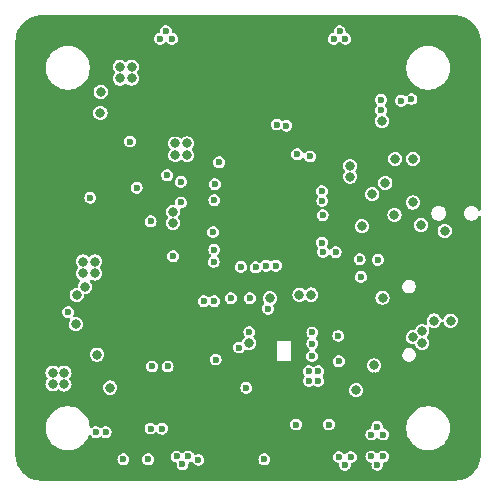
<source format=gbr>
%TF.GenerationSoftware,KiCad,Pcbnew,8.0.6*%
%TF.CreationDate,2025-09-02T18:07:21+02:00*%
%TF.ProjectId,atmos-fc,61746d6f-732d-4666-932e-6b696361645f,rev?*%
%TF.SameCoordinates,Original*%
%TF.FileFunction,Copper,L2,Inr*%
%TF.FilePolarity,Positive*%
%FSLAX46Y46*%
G04 Gerber Fmt 4.6, Leading zero omitted, Abs format (unit mm)*
G04 Created by KiCad (PCBNEW 8.0.6) date 2025-09-02 18:07:21*
%MOMM*%
%LPD*%
G01*
G04 APERTURE LIST*
%TA.AperFunction,ComponentPad*%
%ADD10C,0.650000*%
%TD*%
%TA.AperFunction,ComponentPad*%
%ADD11O,2.100000X1.000000*%
%TD*%
%TA.AperFunction,ComponentPad*%
%ADD12O,1.800000X1.000000*%
%TD*%
%TA.AperFunction,ComponentPad*%
%ADD13C,0.500000*%
%TD*%
%TA.AperFunction,ViaPad*%
%ADD14C,0.600000*%
%TD*%
%TA.AperFunction,ViaPad*%
%ADD15C,0.800000*%
%TD*%
G04 APERTURE END LIST*
D10*
%TO.N,GND*%
%TO.C,U1*%
X128000001Y-98970000D03*
X128950001Y-99470000D03*
X127050001Y-99470000D03*
X128000001Y-99970000D03*
%TD*%
D11*
%TO.N,GND*%
%TO.C,J3*%
X152385000Y-116220000D03*
D12*
X156565000Y-116220000D03*
D11*
X152385000Y-107580000D03*
D12*
X156565000Y-107580000D03*
%TD*%
D13*
%TO.N,GND*%
%TO.C,U2*%
X122325000Y-112275000D03*
X121375000Y-111700000D03*
X123275000Y-111700000D03*
X122325000Y-111125000D03*
%TD*%
D14*
%TO.N,GND*%
X130300000Y-111825000D03*
D15*
X125549500Y-100500000D03*
D14*
X152450000Y-98825000D03*
X143300000Y-121550000D03*
D15*
X152000000Y-90500000D03*
D14*
X131850000Y-109425000D03*
D15*
X130300000Y-105300000D03*
D14*
X141600000Y-104400000D03*
X130300000Y-88050000D03*
X136000000Y-98499500D03*
D15*
X127900000Y-105400000D03*
D14*
X146100000Y-121550000D03*
X145551089Y-113698911D03*
X140600000Y-95320500D03*
X144700000Y-124100500D03*
D15*
X147900000Y-113600000D03*
X133550000Y-90325000D03*
D14*
X137850000Y-123650000D03*
D15*
X146800000Y-97800000D03*
D14*
X139200000Y-104400000D03*
X149800000Y-103800000D03*
X142800000Y-100800000D03*
X141600000Y-100800000D03*
D15*
X139400000Y-115800000D03*
X156000000Y-117600000D03*
X121600000Y-87700000D03*
D14*
X142800000Y-104400000D03*
D15*
X156300000Y-109800000D03*
D14*
X139200000Y-103200000D03*
X131850000Y-113025000D03*
X145170000Y-123440000D03*
X148450000Y-97050000D03*
D15*
X157300000Y-109800000D03*
D14*
X135594313Y-116850000D03*
X152525000Y-102500000D03*
D15*
X129750000Y-123800000D03*
X131100000Y-107475000D03*
D14*
X137900000Y-95400000D03*
D15*
X156600000Y-115000000D03*
X135800000Y-94400000D03*
D14*
X138600000Y-110050000D03*
X137850000Y-120750000D03*
X139200000Y-100800000D03*
X130300000Y-114225000D03*
X131850000Y-114225000D03*
X130300000Y-109425000D03*
X144325000Y-117850000D03*
D15*
X131300000Y-91600000D03*
X155900000Y-101500000D03*
X124000000Y-115150000D03*
X130100000Y-95600000D03*
D14*
X130300000Y-113025000D03*
X140400000Y-104400000D03*
D15*
X120300000Y-98100000D03*
D14*
X149750000Y-87400000D03*
X142800000Y-103200000D03*
D15*
X152325000Y-124800000D03*
X120300000Y-92900000D03*
D14*
X124625197Y-110657064D03*
X140144250Y-110896428D03*
D15*
X153000000Y-117600000D03*
D14*
X131850000Y-111825000D03*
D15*
X128000000Y-103400000D03*
X157000000Y-117600000D03*
X120200000Y-105300000D03*
X156300000Y-108800000D03*
X134600000Y-91325000D03*
X145900000Y-92800000D03*
D14*
X133550000Y-101025000D03*
X147500000Y-120900000D03*
X148000000Y-121550000D03*
D15*
X152000000Y-117600000D03*
D14*
X144230000Y-123440000D03*
D15*
X125900000Y-98000000D03*
X143900000Y-92800000D03*
X130300000Y-102900000D03*
D14*
X141600000Y-103200000D03*
X150250000Y-88050000D03*
D15*
X122525500Y-105300000D03*
X130800000Y-102000000D03*
X130050000Y-93150000D03*
X122525500Y-102900000D03*
X150900000Y-117600000D03*
X145500000Y-107399500D03*
X157300000Y-87900000D03*
X157500000Y-111900000D03*
X134199500Y-106450000D03*
D14*
X150718544Y-101111769D03*
D15*
X155300000Y-108800000D03*
X126500000Y-119150000D03*
D14*
X135412235Y-113112235D03*
X139200000Y-102000000D03*
D15*
X139400000Y-114800000D03*
X157300000Y-108800000D03*
X139300000Y-88350500D03*
D14*
X135100000Y-120750000D03*
X140600000Y-120750000D03*
D15*
X134600000Y-90325000D03*
X147900000Y-109100000D03*
X120200000Y-102900000D03*
D14*
X142800000Y-102000000D03*
X149100000Y-112400000D03*
X131775001Y-116250000D03*
X133075000Y-98875000D03*
X155700000Y-112600000D03*
D15*
X124000000Y-114150000D03*
D14*
X149250000Y-88050000D03*
D15*
X123749455Y-109479977D03*
X149900000Y-117600000D03*
D14*
X134600000Y-102719500D03*
D15*
X139400000Y-116750000D03*
X153800500Y-108400000D03*
D14*
X130300000Y-110625000D03*
D15*
X126450500Y-115900000D03*
D14*
X146950000Y-121550000D03*
X140400000Y-103200000D03*
X136569260Y-111025602D03*
D15*
X155100000Y-97300000D03*
X155200000Y-109800000D03*
X146500000Y-108600000D03*
D14*
X145650000Y-117850000D03*
D15*
X157200000Y-121000000D03*
X145700000Y-97800000D03*
D14*
X135500000Y-106800000D03*
D15*
X149925000Y-116700000D03*
X120200000Y-107400000D03*
D14*
X129800000Y-87400000D03*
X126782105Y-93426071D03*
X141600000Y-102000000D03*
D15*
X158325000Y-93200000D03*
D14*
X131850000Y-110625000D03*
X140400000Y-100800000D03*
D15*
X147900000Y-110200000D03*
D14*
X129300000Y-88050000D03*
X140400000Y-102000000D03*
D15*
%TO.N,+3V3*%
X147900000Y-98800000D03*
D14*
X148800000Y-108200000D03*
D15*
X127577384Y-117574500D03*
D14*
X145200000Y-116200000D03*
D15*
X141100000Y-110000000D03*
X122700000Y-116300000D03*
X123700000Y-116300000D03*
X122700000Y-117300000D03*
X132900000Y-103620500D03*
X148400000Y-117800000D03*
D14*
X144400000Y-116200000D03*
D15*
X123700000Y-117300000D03*
D14*
X150250000Y-106750000D03*
D15*
X147900000Y-99700000D03*
X150592920Y-94994690D03*
X143600000Y-109700000D03*
X149925000Y-115700000D03*
D14*
X144400000Y-117000000D03*
D15*
X144600000Y-109700000D03*
X132900000Y-102700000D03*
X155900000Y-104300000D03*
X139337653Y-113802443D03*
D14*
X145200000Y-117000000D03*
%TO.N,/Connectors/CURRENT_SENSE_C*%
X133575000Y-101900000D03*
X141700000Y-95300000D03*
D15*
%TO.N,+BATT_P*%
X134100000Y-96900000D03*
X128400000Y-90400000D03*
X128400000Y-91400000D03*
D14*
X149700000Y-123400000D03*
X150200000Y-124100000D03*
D15*
X134100000Y-97900000D03*
D14*
X150700000Y-123400000D03*
D15*
X129400000Y-90400000D03*
X133100000Y-96900000D03*
X133100000Y-97900000D03*
X129400000Y-91400000D03*
%TO.N,+5V*%
X126300000Y-107900000D03*
D14*
X149700000Y-121550000D03*
X132800000Y-88050000D03*
X147000000Y-87400000D03*
X150200000Y-120900000D03*
X139100000Y-117600000D03*
X133200000Y-123400000D03*
X146950000Y-123450000D03*
X147500000Y-88050000D03*
X150700000Y-121550000D03*
X146500000Y-88050000D03*
D15*
X125300000Y-107900000D03*
X124675500Y-112207094D03*
D14*
X136500000Y-115200000D03*
X131800000Y-88050000D03*
D15*
X126458088Y-114771499D03*
D14*
X132300000Y-87400000D03*
X147450000Y-124100000D03*
D15*
X125300000Y-106900000D03*
D14*
X133700000Y-124050000D03*
X147950000Y-123450000D03*
D15*
X126300000Y-106900000D03*
D14*
X134200000Y-123400000D03*
D15*
%TO.N,/Power Management/BUCK_BST*%
X126750000Y-94325000D03*
D14*
X129256148Y-96740835D03*
%TO.N,/Power Management/BIAS*%
X129826768Y-100647142D03*
X125900000Y-101500000D03*
D15*
%TO.N,/Connectors/VIDEO_CAM*%
X126772652Y-92526618D03*
D14*
X124024500Y-111184667D03*
D15*
%TO.N,/Connectors/+5V_USB*%
X154000000Y-112800000D03*
X125440621Y-109040621D03*
X154000000Y-113800000D03*
D14*
X127200000Y-121340000D03*
X126375000Y-121350000D03*
D15*
X153200000Y-113300000D03*
X150635498Y-109950000D03*
X124740621Y-109712533D03*
D14*
%TO.N,/Connectors/UART4_TX_C*%
X146676089Y-106100500D03*
D15*
X155000000Y-111900000D03*
D14*
%TO.N,/Connectors/I2C_SDA*%
X146100571Y-120700498D03*
X140798996Y-107250000D03*
X146950000Y-115350000D03*
%TO.N,/Connectors/I2C_SCK*%
X141598499Y-107250000D03*
X143325000Y-120699500D03*
X146900000Y-113200000D03*
D15*
%TO.N,/Connectors/UART4_RX_C*%
X148900000Y-103900000D03*
X156400000Y-111900000D03*
D14*
%TO.N,/Connectors/VIDEO_VTX*%
X140625000Y-123650000D03*
X128700000Y-123650000D03*
%TO.N,/Connectors/UART3_TX_C*%
X130800000Y-123650000D03*
X135050000Y-123700000D03*
%TO.N,/MCU/OSD_SPI_SCK*%
X132399500Y-99600000D03*
X131000000Y-103500000D03*
%TO.N,/MCU/OSD_SPI_MOSI*%
X133572421Y-100150401D03*
X135500000Y-110250000D03*
%TO.N,/MCU/MCU_VBAT_SENSE*%
X132900500Y-106440500D03*
X136400000Y-101700000D03*
D15*
%TO.N,/Flash Memory/FLASH_SPI_SCK*%
X151700000Y-98200000D03*
X151650000Y-102950000D03*
%TO.N,/Flash Memory/FLASH_SPI_MOSI*%
X153200000Y-98200000D03*
X153200000Y-101900000D03*
D14*
%TO.N,/MCU/BOOT0*%
X145499293Y-100949500D03*
D15*
X153900000Y-103800000D03*
D14*
%TO.N,/IMU/IMU_SPI_SCK*%
X144701115Y-113846707D03*
X137800000Y-110000000D03*
%TO.N,/IMU/IMU_SPI_MOSI*%
X139400000Y-110000000D03*
X144700000Y-112900000D03*
%TO.N,/MCU/LED_BLUE_EN*%
X143400000Y-97800000D03*
X153090000Y-93140000D03*
%TO.N,/MCU/LED_GREEN_EN*%
X152203788Y-93287005D03*
X144500000Y-98000000D03*
%TO.N,/MCU/OSD_SPI_MISO*%
X136336322Y-106936322D03*
X136450000Y-100350000D03*
%TO.N,/IMU/IMU_SPI_MISO*%
X140943680Y-110885816D03*
X138650500Y-107353628D03*
%TO.N,/Flash Memory/FLASH_SPI_MISO*%
X148700000Y-106700000D03*
X145571089Y-102971089D03*
%TO.N,/Connectors/TELEMETRY*%
X142500000Y-95400000D03*
X145546089Y-101750500D03*
%TO.N,/Connectors/UART2_RX*%
X145500000Y-105300000D03*
X150500000Y-93200000D03*
D15*
X150874110Y-100225821D03*
%TO.N,/Connectors/UART2_TX*%
X149775000Y-101200500D03*
D14*
X145613067Y-106091467D03*
X150500000Y-94100000D03*
%TO.N,/Connectors/UART3_RX*%
X131950000Y-121050000D03*
X132450000Y-115778902D03*
X136400000Y-105900000D03*
%TO.N,/Connectors/UART3_TX*%
X131127963Y-115780376D03*
X136300000Y-104400000D03*
X130992477Y-121042477D03*
%TO.N,/MCU/BUZZER_CTRL*%
X138500000Y-114180500D03*
X139908208Y-107390894D03*
%TO.N,/MCU/OSD_SPI_~{CS}*%
X136800000Y-98500000D03*
X136376514Y-110249683D03*
%TO.N,/IMU/IMU_SPI_~{CS}*%
X139352827Y-112866335D03*
X144650000Y-114900000D03*
%TD*%
%TA.AperFunction,Conductor*%
%TO.N,GND*%
G36*
X156753736Y-86050726D02*
G01*
X157007638Y-86066084D01*
X157022495Y-86067888D01*
X157269000Y-86113061D01*
X157283536Y-86116644D01*
X157522791Y-86191200D01*
X157536788Y-86196508D01*
X157765319Y-86299361D01*
X157778578Y-86306320D01*
X157885808Y-86371143D01*
X157993045Y-86435970D01*
X158005356Y-86444468D01*
X158202636Y-86599027D01*
X158213844Y-86608957D01*
X158391042Y-86786155D01*
X158400972Y-86797363D01*
X158555527Y-86994637D01*
X158564033Y-87006960D01*
X158693679Y-87221421D01*
X158700638Y-87234680D01*
X158803491Y-87463211D01*
X158808800Y-87477211D01*
X158883354Y-87716461D01*
X158886938Y-87731001D01*
X158932110Y-87977500D01*
X158933915Y-87992364D01*
X158949274Y-88246263D01*
X158949500Y-88253750D01*
X158949500Y-102472261D01*
X158929815Y-102539300D01*
X158877011Y-102585055D01*
X158807853Y-102594999D01*
X158744297Y-102565974D01*
X158710940Y-102519716D01*
X158704313Y-102503719D01*
X158704311Y-102503714D01*
X158704309Y-102503711D01*
X158704307Y-102503707D01*
X158635858Y-102401267D01*
X158635855Y-102401263D01*
X158548736Y-102314144D01*
X158548732Y-102314141D01*
X158446292Y-102245692D01*
X158446283Y-102245687D01*
X158353477Y-102207246D01*
X158332452Y-102198537D01*
X158332448Y-102198536D01*
X158332444Y-102198535D01*
X158211610Y-102174500D01*
X158211606Y-102174500D01*
X158088394Y-102174500D01*
X158088389Y-102174500D01*
X157967555Y-102198535D01*
X157967545Y-102198538D01*
X157853716Y-102245687D01*
X157853707Y-102245692D01*
X157751267Y-102314141D01*
X157751263Y-102314144D01*
X157664144Y-102401263D01*
X157664141Y-102401267D01*
X157595692Y-102503707D01*
X157595687Y-102503716D01*
X157548538Y-102617545D01*
X157548535Y-102617555D01*
X157524500Y-102738389D01*
X157524500Y-102861610D01*
X157548535Y-102982444D01*
X157548538Y-102982454D01*
X157595687Y-103096283D01*
X157595692Y-103096292D01*
X157664141Y-103198732D01*
X157664144Y-103198736D01*
X157751263Y-103285855D01*
X157751267Y-103285858D01*
X157853707Y-103354307D01*
X157853716Y-103354312D01*
X157874739Y-103363020D01*
X157967548Y-103401463D01*
X158088389Y-103425499D01*
X158088393Y-103425500D01*
X158088394Y-103425500D01*
X158211607Y-103425500D01*
X158211608Y-103425499D01*
X158332452Y-103401463D01*
X158446286Y-103354311D01*
X158548733Y-103285858D01*
X158635858Y-103198733D01*
X158704311Y-103096286D01*
X158710939Y-103080285D01*
X158754780Y-103025882D01*
X158821074Y-103003817D01*
X158888773Y-103021096D01*
X158936384Y-103072233D01*
X158949500Y-103127738D01*
X158949500Y-123246249D01*
X158949274Y-123253736D01*
X158933915Y-123507635D01*
X158932110Y-123522499D01*
X158886938Y-123768998D01*
X158883354Y-123783538D01*
X158808800Y-124022788D01*
X158803491Y-124036788D01*
X158700638Y-124265319D01*
X158693679Y-124278578D01*
X158564033Y-124493039D01*
X158555527Y-124505362D01*
X158400972Y-124702636D01*
X158391042Y-124713844D01*
X158213844Y-124891042D01*
X158202636Y-124900972D01*
X158005362Y-125055527D01*
X157993039Y-125064033D01*
X157778578Y-125193679D01*
X157765319Y-125200638D01*
X157536788Y-125303491D01*
X157522788Y-125308800D01*
X157283538Y-125383354D01*
X157268998Y-125386938D01*
X157022499Y-125432110D01*
X157007635Y-125433915D01*
X156753736Y-125449274D01*
X156746249Y-125449500D01*
X121753751Y-125449500D01*
X121746264Y-125449274D01*
X121492364Y-125433915D01*
X121477500Y-125432110D01*
X121231001Y-125386938D01*
X121216461Y-125383354D01*
X120977211Y-125308800D01*
X120963211Y-125303491D01*
X120734680Y-125200638D01*
X120721421Y-125193679D01*
X120506960Y-125064033D01*
X120494637Y-125055527D01*
X120297363Y-124900972D01*
X120286155Y-124891042D01*
X120108957Y-124713844D01*
X120099027Y-124702636D01*
X119944468Y-124505356D01*
X119935970Y-124493045D01*
X119833398Y-124323371D01*
X119806320Y-124278578D01*
X119799361Y-124265319D01*
X119696508Y-124036788D01*
X119691199Y-124022788D01*
X119672391Y-123962433D01*
X119616644Y-123783536D01*
X119613061Y-123768998D01*
X119591254Y-123650000D01*
X128194353Y-123650000D01*
X128214834Y-123792456D01*
X128274622Y-123923371D01*
X128274623Y-123923373D01*
X128368872Y-124032143D01*
X128489947Y-124109953D01*
X128489950Y-124109954D01*
X128489949Y-124109954D01*
X128628036Y-124150499D01*
X128628038Y-124150500D01*
X128628039Y-124150500D01*
X128771962Y-124150500D01*
X128771962Y-124150499D01*
X128910053Y-124109953D01*
X129031128Y-124032143D01*
X129125377Y-123923373D01*
X129185165Y-123792457D01*
X129205647Y-123650000D01*
X130294353Y-123650000D01*
X130314834Y-123792456D01*
X130374622Y-123923371D01*
X130374623Y-123923373D01*
X130468872Y-124032143D01*
X130589947Y-124109953D01*
X130589950Y-124109954D01*
X130589949Y-124109954D01*
X130728036Y-124150499D01*
X130728038Y-124150500D01*
X130728039Y-124150500D01*
X130871962Y-124150500D01*
X130871962Y-124150499D01*
X131010053Y-124109953D01*
X131131128Y-124032143D01*
X131225377Y-123923373D01*
X131285165Y-123792457D01*
X131305647Y-123650000D01*
X131285165Y-123507543D01*
X131236051Y-123400000D01*
X132694353Y-123400000D01*
X132714834Y-123542456D01*
X132737669Y-123592456D01*
X132774623Y-123673373D01*
X132868872Y-123782143D01*
X132989947Y-123859953D01*
X132989950Y-123859954D01*
X132989949Y-123859954D01*
X133109195Y-123894967D01*
X133167973Y-123932741D01*
X133196999Y-123996296D01*
X133196999Y-124031587D01*
X133194353Y-124049994D01*
X133194353Y-124049999D01*
X133214834Y-124192456D01*
X133274622Y-124323371D01*
X133274623Y-124323373D01*
X133368872Y-124432143D01*
X133489947Y-124509953D01*
X133489950Y-124509954D01*
X133489949Y-124509954D01*
X133628036Y-124550499D01*
X133628038Y-124550500D01*
X133628039Y-124550500D01*
X133771962Y-124550500D01*
X133771962Y-124550499D01*
X133910053Y-124509953D01*
X134031128Y-124432143D01*
X134125377Y-124323373D01*
X134185165Y-124192457D01*
X134205647Y-124050000D01*
X134203000Y-124031590D01*
X134212943Y-123962433D01*
X134258698Y-123909629D01*
X134290802Y-123894967D01*
X134353035Y-123876694D01*
X134410047Y-123859955D01*
X134410047Y-123859954D01*
X134410053Y-123859953D01*
X134415502Y-123856450D01*
X134482536Y-123836763D01*
X134549577Y-123856443D01*
X134595334Y-123909241D01*
X134595338Y-123909249D01*
X134595339Y-123909251D01*
X134606067Y-123932741D01*
X134624623Y-123973373D01*
X134718872Y-124082143D01*
X134839947Y-124159953D01*
X134839950Y-124159954D01*
X134839949Y-124159954D01*
X134978036Y-124200499D01*
X134978038Y-124200500D01*
X134978039Y-124200500D01*
X135121962Y-124200500D01*
X135121962Y-124200499D01*
X135260053Y-124159953D01*
X135381128Y-124082143D01*
X135475377Y-123973373D01*
X135535165Y-123842457D01*
X135555647Y-123700000D01*
X135548458Y-123650000D01*
X140119353Y-123650000D01*
X140139834Y-123792456D01*
X140199622Y-123923371D01*
X140199623Y-123923373D01*
X140293872Y-124032143D01*
X140414947Y-124109953D01*
X140414950Y-124109954D01*
X140414949Y-124109954D01*
X140553036Y-124150499D01*
X140553038Y-124150500D01*
X140553039Y-124150500D01*
X140696962Y-124150500D01*
X140696962Y-124150499D01*
X140835053Y-124109953D01*
X140956128Y-124032143D01*
X141050377Y-123923373D01*
X141110165Y-123792457D01*
X141130647Y-123650000D01*
X141110165Y-123507543D01*
X141083886Y-123450000D01*
X146444353Y-123450000D01*
X146464834Y-123592456D01*
X146524622Y-123723371D01*
X146524623Y-123723373D01*
X146618872Y-123832143D01*
X146739947Y-123909953D01*
X146739950Y-123909954D01*
X146739949Y-123909954D01*
X146859195Y-123944967D01*
X146917973Y-123982741D01*
X146946999Y-124046296D01*
X146946999Y-124081587D01*
X146944353Y-124099994D01*
X146944353Y-124099999D01*
X146964834Y-124242456D01*
X147001798Y-124323394D01*
X147024623Y-124373373D01*
X147118872Y-124482143D01*
X147239947Y-124559953D01*
X147239950Y-124559954D01*
X147239949Y-124559954D01*
X147378036Y-124600499D01*
X147378038Y-124600500D01*
X147378039Y-124600500D01*
X147521962Y-124600500D01*
X147521962Y-124600499D01*
X147660053Y-124559953D01*
X147781128Y-124482143D01*
X147875377Y-124373373D01*
X147935165Y-124242457D01*
X147955647Y-124100000D01*
X147953000Y-124081590D01*
X147962943Y-124012433D01*
X148008698Y-123959629D01*
X148040802Y-123944967D01*
X148122588Y-123920953D01*
X148160050Y-123909954D01*
X148160050Y-123909953D01*
X148160053Y-123909953D01*
X148281128Y-123832143D01*
X148375377Y-123723373D01*
X148435165Y-123592457D01*
X148455647Y-123450000D01*
X148448458Y-123400000D01*
X149194353Y-123400000D01*
X149214834Y-123542456D01*
X149237669Y-123592456D01*
X149274623Y-123673373D01*
X149368872Y-123782143D01*
X149489947Y-123859953D01*
X149489950Y-123859954D01*
X149489949Y-123859954D01*
X149616093Y-123896993D01*
X149674872Y-123934767D01*
X149703897Y-123998322D01*
X149703897Y-124033616D01*
X149694353Y-124099999D01*
X149714834Y-124242456D01*
X149751798Y-124323394D01*
X149774623Y-124373373D01*
X149868872Y-124482143D01*
X149989947Y-124559953D01*
X149989950Y-124559954D01*
X149989949Y-124559954D01*
X150128036Y-124600499D01*
X150128038Y-124600500D01*
X150128039Y-124600500D01*
X150271962Y-124600500D01*
X150271962Y-124600499D01*
X150410053Y-124559953D01*
X150531128Y-124482143D01*
X150625377Y-124373373D01*
X150685165Y-124242457D01*
X150705647Y-124100000D01*
X150696102Y-124033615D01*
X150706045Y-123964459D01*
X150751800Y-123911655D01*
X150783906Y-123896993D01*
X150910050Y-123859954D01*
X150910050Y-123859953D01*
X150910053Y-123859953D01*
X151031128Y-123782143D01*
X151125377Y-123673373D01*
X151185165Y-123542457D01*
X151205647Y-123400000D01*
X151185165Y-123257543D01*
X151125377Y-123126627D01*
X151031128Y-123017857D01*
X150910053Y-122940047D01*
X150910051Y-122940046D01*
X150910049Y-122940045D01*
X150910050Y-122940045D01*
X150771963Y-122899500D01*
X150771961Y-122899500D01*
X150628039Y-122899500D01*
X150628036Y-122899500D01*
X150489949Y-122940045D01*
X150368873Y-123017856D01*
X150293713Y-123104596D01*
X150234935Y-123142370D01*
X150165065Y-123142370D01*
X150106287Y-123104596D01*
X150031128Y-123017857D01*
X149910053Y-122940047D01*
X149910051Y-122940046D01*
X149910049Y-122940045D01*
X149910050Y-122940045D01*
X149771963Y-122899500D01*
X149771961Y-122899500D01*
X149628039Y-122899500D01*
X149628036Y-122899500D01*
X149489949Y-122940045D01*
X149368873Y-123017856D01*
X149274623Y-123126626D01*
X149274622Y-123126628D01*
X149214834Y-123257543D01*
X149194353Y-123400000D01*
X148448458Y-123400000D01*
X148435165Y-123307543D01*
X148375377Y-123176627D01*
X148281128Y-123067857D01*
X148160053Y-122990047D01*
X148160051Y-122990046D01*
X148160049Y-122990045D01*
X148160050Y-122990045D01*
X148021963Y-122949500D01*
X148021961Y-122949500D01*
X147878039Y-122949500D01*
X147878036Y-122949500D01*
X147739949Y-122990045D01*
X147618873Y-123067856D01*
X147618872Y-123067856D01*
X147618872Y-123067857D01*
X147548129Y-123149500D01*
X147543713Y-123154596D01*
X147484935Y-123192370D01*
X147415065Y-123192370D01*
X147356287Y-123154596D01*
X147281128Y-123067857D01*
X147160053Y-122990047D01*
X147160051Y-122990046D01*
X147160049Y-122990045D01*
X147160050Y-122990045D01*
X147021963Y-122949500D01*
X147021961Y-122949500D01*
X146878039Y-122949500D01*
X146878036Y-122949500D01*
X146739949Y-122990045D01*
X146618873Y-123067856D01*
X146524623Y-123176626D01*
X146524622Y-123176628D01*
X146464834Y-123307543D01*
X146444353Y-123450000D01*
X141083886Y-123450000D01*
X141050377Y-123376627D01*
X140956128Y-123267857D01*
X140835053Y-123190047D01*
X140835051Y-123190046D01*
X140835049Y-123190045D01*
X140835050Y-123190045D01*
X140696963Y-123149500D01*
X140696961Y-123149500D01*
X140553039Y-123149500D01*
X140553036Y-123149500D01*
X140414949Y-123190045D01*
X140293873Y-123267856D01*
X140199623Y-123376626D01*
X140199622Y-123376628D01*
X140139834Y-123507543D01*
X140119353Y-123650000D01*
X135548458Y-123650000D01*
X135535165Y-123557543D01*
X135475377Y-123426627D01*
X135381128Y-123317857D01*
X135260053Y-123240047D01*
X135260051Y-123240046D01*
X135260049Y-123240045D01*
X135260050Y-123240045D01*
X135121963Y-123199500D01*
X135121961Y-123199500D01*
X134978039Y-123199500D01*
X134978036Y-123199500D01*
X134839949Y-123240045D01*
X134839943Y-123240048D01*
X134834486Y-123243555D01*
X134767445Y-123263235D01*
X134700407Y-123243546D01*
X134654660Y-123190747D01*
X134635823Y-123149500D01*
X134625377Y-123126627D01*
X134531128Y-123017857D01*
X134410053Y-122940047D01*
X134410051Y-122940046D01*
X134410049Y-122940045D01*
X134410050Y-122940045D01*
X134271963Y-122899500D01*
X134271961Y-122899500D01*
X134128039Y-122899500D01*
X134128036Y-122899500D01*
X133989949Y-122940045D01*
X133868873Y-123017856D01*
X133793713Y-123104596D01*
X133734935Y-123142370D01*
X133665065Y-123142370D01*
X133606287Y-123104596D01*
X133531128Y-123017857D01*
X133410053Y-122940047D01*
X133410051Y-122940046D01*
X133410049Y-122940045D01*
X133410050Y-122940045D01*
X133271963Y-122899500D01*
X133271961Y-122899500D01*
X133128039Y-122899500D01*
X133128036Y-122899500D01*
X132989949Y-122940045D01*
X132868873Y-123017856D01*
X132774623Y-123126626D01*
X132774622Y-123126628D01*
X132714834Y-123257543D01*
X132694353Y-123400000D01*
X131236051Y-123400000D01*
X131225377Y-123376627D01*
X131131128Y-123267857D01*
X131010053Y-123190047D01*
X131010051Y-123190046D01*
X131010049Y-123190045D01*
X131010050Y-123190045D01*
X130871963Y-123149500D01*
X130871961Y-123149500D01*
X130728039Y-123149500D01*
X130728036Y-123149500D01*
X130589949Y-123190045D01*
X130468873Y-123267856D01*
X130374623Y-123376626D01*
X130374622Y-123376628D01*
X130314834Y-123507543D01*
X130294353Y-123650000D01*
X129205647Y-123650000D01*
X129185165Y-123507543D01*
X129125377Y-123376627D01*
X129031128Y-123267857D01*
X128910053Y-123190047D01*
X128910051Y-123190046D01*
X128910049Y-123190045D01*
X128910050Y-123190045D01*
X128771963Y-123149500D01*
X128771961Y-123149500D01*
X128628039Y-123149500D01*
X128628036Y-123149500D01*
X128489949Y-123190045D01*
X128368873Y-123267856D01*
X128274623Y-123376626D01*
X128274622Y-123376628D01*
X128214834Y-123507543D01*
X128194353Y-123650000D01*
X119591254Y-123650000D01*
X119572837Y-123549500D01*
X119567888Y-123522495D01*
X119566084Y-123507635D01*
X119566078Y-123507543D01*
X119550726Y-123253736D01*
X119550500Y-123246249D01*
X119550500Y-120878711D01*
X122149500Y-120878711D01*
X122149500Y-121121288D01*
X122181161Y-121361785D01*
X122243947Y-121596104D01*
X122332527Y-121809954D01*
X122336776Y-121820212D01*
X122458064Y-122030289D01*
X122458066Y-122030292D01*
X122458067Y-122030293D01*
X122605733Y-122222736D01*
X122605739Y-122222743D01*
X122777256Y-122394260D01*
X122777262Y-122394265D01*
X122969711Y-122541936D01*
X123179788Y-122663224D01*
X123403900Y-122756054D01*
X123638211Y-122818838D01*
X123818586Y-122842584D01*
X123878711Y-122850500D01*
X123878712Y-122850500D01*
X124121289Y-122850500D01*
X124169388Y-122844167D01*
X124361789Y-122818838D01*
X124596100Y-122756054D01*
X124820212Y-122663224D01*
X125030289Y-122541936D01*
X125222738Y-122394265D01*
X125394265Y-122222738D01*
X125541936Y-122030289D01*
X125663224Y-121820212D01*
X125734332Y-121648540D01*
X125778172Y-121594137D01*
X125844466Y-121572072D01*
X125912166Y-121589351D01*
X125942061Y-121618189D01*
X125943815Y-121616670D01*
X125949622Y-121623372D01*
X125949623Y-121623373D01*
X126043872Y-121732143D01*
X126164947Y-121809953D01*
X126164950Y-121809954D01*
X126164949Y-121809954D01*
X126268978Y-121840499D01*
X126285683Y-121845404D01*
X126303036Y-121850499D01*
X126303038Y-121850500D01*
X126303039Y-121850500D01*
X126446962Y-121850500D01*
X126446962Y-121850499D01*
X126585053Y-121809953D01*
X126706128Y-121732143D01*
X126706131Y-121732139D01*
X126712060Y-121727002D01*
X126775614Y-121697972D01*
X126844773Y-121707911D01*
X126860842Y-121718232D01*
X126861411Y-121717348D01*
X126868871Y-121722142D01*
X126868872Y-121722143D01*
X126989947Y-121799953D01*
X126989950Y-121799954D01*
X126989949Y-121799954D01*
X127128036Y-121840499D01*
X127128038Y-121840500D01*
X127128039Y-121840500D01*
X127271962Y-121840500D01*
X127271962Y-121840499D01*
X127410053Y-121799953D01*
X127531128Y-121722143D01*
X127625377Y-121613373D01*
X127685165Y-121482457D01*
X127705647Y-121340000D01*
X127685165Y-121197543D01*
X127625377Y-121066627D01*
X127604451Y-121042477D01*
X130486830Y-121042477D01*
X130507311Y-121184933D01*
X130567099Y-121315848D01*
X130567100Y-121315850D01*
X130661349Y-121424620D01*
X130782424Y-121502430D01*
X130782427Y-121502431D01*
X130782426Y-121502431D01*
X130920513Y-121542976D01*
X130920515Y-121542977D01*
X130920516Y-121542977D01*
X131064439Y-121542977D01*
X131064439Y-121542976D01*
X131202530Y-121502430D01*
X131323605Y-121424620D01*
X131374268Y-121366150D01*
X131433043Y-121328378D01*
X131502913Y-121328378D01*
X131561688Y-121366149D01*
X131618872Y-121432143D01*
X131739947Y-121509953D01*
X131739950Y-121509954D01*
X131739949Y-121509954D01*
X131847107Y-121541417D01*
X131876336Y-121550000D01*
X131878036Y-121550499D01*
X131878038Y-121550500D01*
X131878039Y-121550500D01*
X132021962Y-121550500D01*
X132021962Y-121550499D01*
X132023661Y-121550000D01*
X149194353Y-121550000D01*
X149214834Y-121692456D01*
X149226202Y-121717348D01*
X149274623Y-121823373D01*
X149368872Y-121932143D01*
X149489947Y-122009953D01*
X149489950Y-122009954D01*
X149489949Y-122009954D01*
X149628036Y-122050499D01*
X149628038Y-122050500D01*
X149628039Y-122050500D01*
X149771962Y-122050500D01*
X149771962Y-122050499D01*
X149910053Y-122009953D01*
X150031128Y-121932143D01*
X150106287Y-121845403D01*
X150165064Y-121807629D01*
X150234934Y-121807629D01*
X150293711Y-121845402D01*
X150368872Y-121932143D01*
X150489947Y-122009953D01*
X150489950Y-122009954D01*
X150489949Y-122009954D01*
X150628036Y-122050499D01*
X150628038Y-122050500D01*
X150628039Y-122050500D01*
X150771962Y-122050500D01*
X150771962Y-122050499D01*
X150910053Y-122009953D01*
X151031128Y-121932143D01*
X151125377Y-121823373D01*
X151185165Y-121692457D01*
X151205647Y-121550000D01*
X151185165Y-121407543D01*
X151125377Y-121276627D01*
X151031128Y-121167857D01*
X150910053Y-121090047D01*
X150910051Y-121090046D01*
X150910049Y-121090045D01*
X150910050Y-121090045D01*
X150790804Y-121055032D01*
X150732025Y-121017258D01*
X150703000Y-120953702D01*
X150703000Y-120918410D01*
X150705647Y-120900000D01*
X150702586Y-120878711D01*
X152649500Y-120878711D01*
X152649500Y-121121288D01*
X152681161Y-121361785D01*
X152743947Y-121596104D01*
X152832527Y-121809954D01*
X152836776Y-121820212D01*
X152958064Y-122030289D01*
X152958066Y-122030292D01*
X152958067Y-122030293D01*
X153105733Y-122222736D01*
X153105739Y-122222743D01*
X153277256Y-122394260D01*
X153277262Y-122394265D01*
X153469711Y-122541936D01*
X153679788Y-122663224D01*
X153903900Y-122756054D01*
X154138211Y-122818838D01*
X154318586Y-122842584D01*
X154378711Y-122850500D01*
X154378712Y-122850500D01*
X154621289Y-122850500D01*
X154669388Y-122844167D01*
X154861789Y-122818838D01*
X155096100Y-122756054D01*
X155320212Y-122663224D01*
X155530289Y-122541936D01*
X155722738Y-122394265D01*
X155894265Y-122222738D01*
X156041936Y-122030289D01*
X156163224Y-121820212D01*
X156256054Y-121596100D01*
X156318838Y-121361789D01*
X156350500Y-121121288D01*
X156350500Y-120878712D01*
X156345792Y-120842954D01*
X156327038Y-120700498D01*
X156318838Y-120638211D01*
X156256054Y-120403900D01*
X156254231Y-120399500D01*
X156171595Y-120199998D01*
X156163224Y-120179788D01*
X156041936Y-119969711D01*
X155894265Y-119777262D01*
X155894260Y-119777256D01*
X155722743Y-119605739D01*
X155722736Y-119605733D01*
X155530293Y-119458067D01*
X155530292Y-119458066D01*
X155530289Y-119458064D01*
X155320212Y-119336776D01*
X155320205Y-119336773D01*
X155096104Y-119243947D01*
X154861785Y-119181161D01*
X154621289Y-119149500D01*
X154621288Y-119149500D01*
X154378712Y-119149500D01*
X154378711Y-119149500D01*
X154138214Y-119181161D01*
X153903895Y-119243947D01*
X153679794Y-119336773D01*
X153679785Y-119336777D01*
X153469706Y-119458067D01*
X153277263Y-119605733D01*
X153277256Y-119605739D01*
X153105739Y-119777256D01*
X153105733Y-119777263D01*
X152958067Y-119969706D01*
X152836777Y-120179785D01*
X152836773Y-120179794D01*
X152743947Y-120403895D01*
X152681161Y-120638214D01*
X152649500Y-120878711D01*
X150702586Y-120878711D01*
X150685165Y-120757543D01*
X150625377Y-120626627D01*
X150531128Y-120517857D01*
X150410053Y-120440047D01*
X150410051Y-120440046D01*
X150410049Y-120440045D01*
X150410050Y-120440045D01*
X150271963Y-120399500D01*
X150271961Y-120399500D01*
X150128039Y-120399500D01*
X150128036Y-120399500D01*
X149989949Y-120440045D01*
X149868873Y-120517856D01*
X149774623Y-120626626D01*
X149774622Y-120626628D01*
X149714834Y-120757543D01*
X149694353Y-120900000D01*
X149694353Y-120900004D01*
X149696999Y-120918411D01*
X149687054Y-120987570D01*
X149641298Y-121040372D01*
X149609196Y-121055032D01*
X149489948Y-121090045D01*
X149368873Y-121167856D01*
X149274623Y-121276626D01*
X149274622Y-121276628D01*
X149214834Y-121407543D01*
X149194353Y-121550000D01*
X132023661Y-121550000D01*
X132160053Y-121509953D01*
X132281128Y-121432143D01*
X132375377Y-121323373D01*
X132435165Y-121192457D01*
X132455647Y-121050000D01*
X132435165Y-120907543D01*
X132375377Y-120776627D01*
X132308547Y-120699500D01*
X142819353Y-120699500D01*
X142839834Y-120841956D01*
X142890868Y-120953702D01*
X142899623Y-120972873D01*
X142993872Y-121081643D01*
X143114947Y-121159453D01*
X143114950Y-121159454D01*
X143114949Y-121159454D01*
X143253036Y-121199999D01*
X143253038Y-121200000D01*
X143253039Y-121200000D01*
X143396962Y-121200000D01*
X143396962Y-121199999D01*
X143535053Y-121159453D01*
X143656128Y-121081643D01*
X143750377Y-120972873D01*
X143810165Y-120841957D01*
X143830504Y-120700498D01*
X145594924Y-120700498D01*
X145615405Y-120842954D01*
X145672447Y-120967857D01*
X145675194Y-120973871D01*
X145769443Y-121082641D01*
X145890518Y-121160451D01*
X145890521Y-121160452D01*
X145890520Y-121160452D01*
X146028607Y-121200997D01*
X146028609Y-121200998D01*
X146028610Y-121200998D01*
X146172533Y-121200998D01*
X146172533Y-121200997D01*
X146310624Y-121160451D01*
X146431699Y-121082641D01*
X146525948Y-120973871D01*
X146585736Y-120842955D01*
X146606218Y-120700498D01*
X146585736Y-120558041D01*
X146525948Y-120427125D01*
X146431699Y-120318355D01*
X146310624Y-120240545D01*
X146310622Y-120240544D01*
X146310620Y-120240543D01*
X146310621Y-120240543D01*
X146172534Y-120199998D01*
X146172532Y-120199998D01*
X146028610Y-120199998D01*
X146028607Y-120199998D01*
X145890520Y-120240543D01*
X145769444Y-120318354D01*
X145675194Y-120427124D01*
X145675193Y-120427126D01*
X145615405Y-120558041D01*
X145594924Y-120700498D01*
X143830504Y-120700498D01*
X143830647Y-120699500D01*
X143810165Y-120557043D01*
X143750377Y-120426127D01*
X143656128Y-120317357D01*
X143535053Y-120239547D01*
X143535051Y-120239546D01*
X143535049Y-120239545D01*
X143535050Y-120239545D01*
X143396963Y-120199000D01*
X143396961Y-120199000D01*
X143253039Y-120199000D01*
X143253036Y-120199000D01*
X143114949Y-120239545D01*
X142993873Y-120317356D01*
X142899623Y-120426126D01*
X142899622Y-120426128D01*
X142839834Y-120557043D01*
X142819353Y-120699500D01*
X132308547Y-120699500D01*
X132281128Y-120667857D01*
X132160053Y-120590047D01*
X132160051Y-120590046D01*
X132160049Y-120590045D01*
X132160050Y-120590045D01*
X132021963Y-120549500D01*
X132021961Y-120549500D01*
X131878039Y-120549500D01*
X131878036Y-120549500D01*
X131739949Y-120590045D01*
X131618872Y-120667857D01*
X131618869Y-120667859D01*
X131568209Y-120726324D01*
X131509431Y-120764098D01*
X131439561Y-120764098D01*
X131380784Y-120726323D01*
X131323605Y-120660334D01*
X131323604Y-120660333D01*
X131323603Y-120660332D01*
X131256280Y-120617067D01*
X131202530Y-120582524D01*
X131202528Y-120582523D01*
X131202526Y-120582522D01*
X131202527Y-120582522D01*
X131064440Y-120541977D01*
X131064438Y-120541977D01*
X130920516Y-120541977D01*
X130920513Y-120541977D01*
X130782426Y-120582522D01*
X130661350Y-120660333D01*
X130567100Y-120769103D01*
X130567099Y-120769105D01*
X130507311Y-120900020D01*
X130486830Y-121042477D01*
X127604451Y-121042477D01*
X127531128Y-120957857D01*
X127410053Y-120880047D01*
X127410051Y-120880046D01*
X127410049Y-120880045D01*
X127410050Y-120880045D01*
X127271963Y-120839500D01*
X127271961Y-120839500D01*
X127128039Y-120839500D01*
X127128036Y-120839500D01*
X126989949Y-120880045D01*
X126868867Y-120957859D01*
X126862927Y-120963007D01*
X126799369Y-120992029D01*
X126730211Y-120982082D01*
X126714158Y-120971765D01*
X126713589Y-120972652D01*
X126698581Y-120963007D01*
X126585053Y-120890047D01*
X126585051Y-120890046D01*
X126585049Y-120890045D01*
X126585050Y-120890045D01*
X126446963Y-120849500D01*
X126446961Y-120849500D01*
X126303039Y-120849500D01*
X126303036Y-120849500D01*
X126164949Y-120890045D01*
X126164946Y-120890046D01*
X126040864Y-120969788D01*
X125973825Y-120989472D01*
X125906785Y-120969787D01*
X125861031Y-120916982D01*
X125850887Y-120881657D01*
X125850500Y-120878717D01*
X125850500Y-120878712D01*
X125818838Y-120638211D01*
X125756054Y-120403900D01*
X125754231Y-120399500D01*
X125671595Y-120199998D01*
X125663224Y-120179788D01*
X125541936Y-119969711D01*
X125394265Y-119777262D01*
X125394260Y-119777256D01*
X125222743Y-119605739D01*
X125222736Y-119605733D01*
X125030293Y-119458067D01*
X125030292Y-119458066D01*
X125030289Y-119458064D01*
X124820212Y-119336776D01*
X124820205Y-119336773D01*
X124596104Y-119243947D01*
X124361785Y-119181161D01*
X124121289Y-119149500D01*
X124121288Y-119149500D01*
X123878712Y-119149500D01*
X123878711Y-119149500D01*
X123638214Y-119181161D01*
X123403895Y-119243947D01*
X123179794Y-119336773D01*
X123179785Y-119336777D01*
X122969706Y-119458067D01*
X122777263Y-119605733D01*
X122777256Y-119605739D01*
X122605739Y-119777256D01*
X122605733Y-119777263D01*
X122458067Y-119969706D01*
X122336777Y-120179785D01*
X122336773Y-120179794D01*
X122243947Y-120403895D01*
X122181161Y-120638214D01*
X122149500Y-120878711D01*
X119550500Y-120878711D01*
X119550500Y-116299998D01*
X122094318Y-116299998D01*
X122094318Y-116300001D01*
X122114955Y-116456760D01*
X122114956Y-116456762D01*
X122175464Y-116602842D01*
X122268826Y-116724514D01*
X122294020Y-116789683D01*
X122279981Y-116858128D01*
X122268826Y-116875486D01*
X122175464Y-116997157D01*
X122114956Y-117143237D01*
X122114955Y-117143239D01*
X122094318Y-117299998D01*
X122094318Y-117300001D01*
X122114955Y-117456760D01*
X122114956Y-117456762D01*
X122175464Y-117602841D01*
X122271718Y-117728282D01*
X122397159Y-117824536D01*
X122543238Y-117885044D01*
X122621619Y-117895363D01*
X122699999Y-117905682D01*
X122700000Y-117905682D01*
X122700001Y-117905682D01*
X122752254Y-117898802D01*
X122856762Y-117885044D01*
X123002841Y-117824536D01*
X123124515Y-117731171D01*
X123189683Y-117705979D01*
X123258127Y-117720017D01*
X123275478Y-117731167D01*
X123397159Y-117824536D01*
X123543238Y-117885044D01*
X123621619Y-117895363D01*
X123699999Y-117905682D01*
X123700000Y-117905682D01*
X123700001Y-117905682D01*
X123752254Y-117898802D01*
X123856762Y-117885044D01*
X124002841Y-117824536D01*
X124128282Y-117728282D01*
X124224536Y-117602841D01*
X124236276Y-117574498D01*
X126971702Y-117574498D01*
X126971702Y-117574501D01*
X126992339Y-117731260D01*
X126992340Y-117731262D01*
X127051203Y-117873371D01*
X127052848Y-117877341D01*
X127149102Y-118002782D01*
X127274543Y-118099036D01*
X127420622Y-118159544D01*
X127499003Y-118169863D01*
X127577383Y-118180182D01*
X127577384Y-118180182D01*
X127577385Y-118180182D01*
X127629638Y-118173302D01*
X127734146Y-118159544D01*
X127880225Y-118099036D01*
X128005666Y-118002782D01*
X128101920Y-117877341D01*
X128162428Y-117731262D01*
X128179709Y-117600000D01*
X138594353Y-117600000D01*
X138614834Y-117742456D01*
X138674622Y-117873371D01*
X138674623Y-117873373D01*
X138768872Y-117982143D01*
X138889947Y-118059953D01*
X138889950Y-118059954D01*
X138889949Y-118059954D01*
X139028036Y-118100499D01*
X139028038Y-118100500D01*
X139028039Y-118100500D01*
X139171962Y-118100500D01*
X139171962Y-118100499D01*
X139310053Y-118059953D01*
X139431128Y-117982143D01*
X139525377Y-117873373D01*
X139558887Y-117799998D01*
X147794318Y-117799998D01*
X147794318Y-117800001D01*
X147814955Y-117956760D01*
X147814956Y-117956762D01*
X147857699Y-118059954D01*
X147875464Y-118102841D01*
X147971718Y-118228282D01*
X148097159Y-118324536D01*
X148243238Y-118385044D01*
X148321619Y-118395363D01*
X148399999Y-118405682D01*
X148400000Y-118405682D01*
X148400001Y-118405682D01*
X148452254Y-118398802D01*
X148556762Y-118385044D01*
X148702841Y-118324536D01*
X148828282Y-118228282D01*
X148924536Y-118102841D01*
X148985044Y-117956762D01*
X149005682Y-117800000D01*
X148985044Y-117643238D01*
X148924536Y-117497159D01*
X148828282Y-117371718D01*
X148702841Y-117275464D01*
X148693657Y-117271660D01*
X148556762Y-117214956D01*
X148556760Y-117214955D01*
X148400001Y-117194318D01*
X148399999Y-117194318D01*
X148243239Y-117214955D01*
X148243237Y-117214956D01*
X148097160Y-117275463D01*
X147971718Y-117371718D01*
X147875463Y-117497160D01*
X147814956Y-117643237D01*
X147814955Y-117643239D01*
X147794318Y-117799998D01*
X139558887Y-117799998D01*
X139585165Y-117742457D01*
X139605647Y-117600000D01*
X139585165Y-117457543D01*
X139525377Y-117326627D01*
X139431128Y-117217857D01*
X139310053Y-117140047D01*
X139310051Y-117140046D01*
X139310049Y-117140045D01*
X139310050Y-117140045D01*
X139171963Y-117099500D01*
X139171961Y-117099500D01*
X139028039Y-117099500D01*
X139028036Y-117099500D01*
X138889949Y-117140045D01*
X138768873Y-117217856D01*
X138674623Y-117326626D01*
X138674622Y-117326628D01*
X138614834Y-117457543D01*
X138594353Y-117600000D01*
X128179709Y-117600000D01*
X128183066Y-117574500D01*
X128162428Y-117417738D01*
X128101920Y-117271659D01*
X128005666Y-117146218D01*
X127880225Y-117049964D01*
X127734146Y-116989456D01*
X127734144Y-116989455D01*
X127577385Y-116968818D01*
X127577383Y-116968818D01*
X127420623Y-116989455D01*
X127420621Y-116989456D01*
X127274544Y-117049963D01*
X127149102Y-117146218D01*
X127052847Y-117271660D01*
X126992340Y-117417737D01*
X126992339Y-117417739D01*
X126971702Y-117574498D01*
X124236276Y-117574498D01*
X124285044Y-117456762D01*
X124305682Y-117300000D01*
X124285044Y-117143238D01*
X124224536Y-116997159D01*
X124131171Y-116875484D01*
X124105979Y-116810317D01*
X124120017Y-116741873D01*
X124131167Y-116724521D01*
X124224536Y-116602841D01*
X124285044Y-116456762D01*
X124305682Y-116300000D01*
X124303164Y-116280876D01*
X124285044Y-116143239D01*
X124285044Y-116143238D01*
X124224536Y-115997159D01*
X124128282Y-115871718D01*
X124009242Y-115780376D01*
X130622316Y-115780376D01*
X130642797Y-115922832D01*
X130644531Y-115926628D01*
X130702586Y-116053749D01*
X130796835Y-116162519D01*
X130917910Y-116240329D01*
X130917913Y-116240330D01*
X130917912Y-116240330D01*
X131055999Y-116280875D01*
X131056001Y-116280876D01*
X131056002Y-116280876D01*
X131199925Y-116280876D01*
X131199925Y-116280875D01*
X131338016Y-116240329D01*
X131459091Y-116162519D01*
X131553340Y-116053749D01*
X131613128Y-115922833D01*
X131633610Y-115780376D01*
X131633398Y-115778902D01*
X131944353Y-115778902D01*
X131964834Y-115921358D01*
X132002046Y-116002839D01*
X132024623Y-116052275D01*
X132118872Y-116161045D01*
X132239947Y-116238855D01*
X132239950Y-116238856D01*
X132239949Y-116238856D01*
X132378036Y-116279401D01*
X132378038Y-116279402D01*
X132378039Y-116279402D01*
X132521962Y-116279402D01*
X132521962Y-116279401D01*
X132660053Y-116238855D01*
X132720513Y-116200000D01*
X143894353Y-116200000D01*
X143914834Y-116342456D01*
X143974622Y-116473371D01*
X143974625Y-116473377D01*
X144013983Y-116518798D01*
X144043008Y-116582353D01*
X144033064Y-116651512D01*
X144013983Y-116681202D01*
X143974625Y-116726622D01*
X143974622Y-116726628D01*
X143914834Y-116857543D01*
X143894353Y-117000000D01*
X143914834Y-117142456D01*
X143949269Y-117217856D01*
X143974623Y-117273373D01*
X144068872Y-117382143D01*
X144189947Y-117459953D01*
X144189950Y-117459954D01*
X144189949Y-117459954D01*
X144297107Y-117491417D01*
X144316660Y-117497159D01*
X144328036Y-117500499D01*
X144328038Y-117500500D01*
X144328039Y-117500500D01*
X144471962Y-117500500D01*
X144471962Y-117500499D01*
X144610050Y-117459954D01*
X144610051Y-117459954D01*
X144675739Y-117417739D01*
X144731128Y-117382143D01*
X144731129Y-117382141D01*
X144732960Y-117380965D01*
X144800000Y-117361280D01*
X144867039Y-117380964D01*
X144867040Y-117380965D01*
X144868870Y-117382141D01*
X144868872Y-117382143D01*
X144924259Y-117417738D01*
X144989948Y-117459954D01*
X145108108Y-117494647D01*
X145116660Y-117497159D01*
X145128036Y-117500499D01*
X145128038Y-117500500D01*
X145128039Y-117500500D01*
X145271962Y-117500500D01*
X145271962Y-117500499D01*
X145410053Y-117459953D01*
X145531128Y-117382143D01*
X145625377Y-117273373D01*
X145685165Y-117142457D01*
X145705647Y-117000000D01*
X145685165Y-116857543D01*
X145625377Y-116726627D01*
X145625375Y-116726625D01*
X145625374Y-116726622D01*
X145586017Y-116681203D01*
X145556991Y-116617648D01*
X145566934Y-116548489D01*
X145586017Y-116518797D01*
X145625374Y-116473377D01*
X145625374Y-116473375D01*
X145625377Y-116473373D01*
X145685165Y-116342457D01*
X145705647Y-116200000D01*
X145685165Y-116057543D01*
X145625377Y-115926627D01*
X145531128Y-115817857D01*
X145410053Y-115740047D01*
X145410051Y-115740046D01*
X145410049Y-115740045D01*
X145410050Y-115740045D01*
X145271963Y-115699500D01*
X145271961Y-115699500D01*
X145128039Y-115699500D01*
X145128036Y-115699500D01*
X144989949Y-115740045D01*
X144867039Y-115819035D01*
X144800000Y-115838719D01*
X144732961Y-115819035D01*
X144672806Y-115780376D01*
X144610053Y-115740047D01*
X144610051Y-115740046D01*
X144610049Y-115740045D01*
X144610050Y-115740045D01*
X144471963Y-115699500D01*
X144471961Y-115699500D01*
X144328039Y-115699500D01*
X144328036Y-115699500D01*
X144189949Y-115740045D01*
X144068873Y-115817856D01*
X143974623Y-115926626D01*
X143974622Y-115926628D01*
X143914834Y-116057543D01*
X143894353Y-116200000D01*
X132720513Y-116200000D01*
X132781128Y-116161045D01*
X132875377Y-116052275D01*
X132935165Y-115921359D01*
X132955647Y-115778902D01*
X132935165Y-115636445D01*
X132875377Y-115505529D01*
X132781128Y-115396759D01*
X132660053Y-115318949D01*
X132660051Y-115318948D01*
X132660049Y-115318947D01*
X132660050Y-115318947D01*
X132521963Y-115278402D01*
X132521961Y-115278402D01*
X132378039Y-115278402D01*
X132378036Y-115278402D01*
X132239949Y-115318947D01*
X132118873Y-115396758D01*
X132118872Y-115396758D01*
X132118872Y-115396759D01*
X132106290Y-115411279D01*
X132024623Y-115505528D01*
X132024622Y-115505530D01*
X131964834Y-115636445D01*
X131944353Y-115778902D01*
X131633398Y-115778902D01*
X131613128Y-115637919D01*
X131553340Y-115507003D01*
X131459091Y-115398233D01*
X131338016Y-115320423D01*
X131338014Y-115320422D01*
X131338012Y-115320421D01*
X131338013Y-115320421D01*
X131199926Y-115279876D01*
X131199924Y-115279876D01*
X131056002Y-115279876D01*
X131055999Y-115279876D01*
X130917912Y-115320421D01*
X130796836Y-115398232D01*
X130702586Y-115507002D01*
X130702585Y-115507004D01*
X130642797Y-115637919D01*
X130622316Y-115780376D01*
X124009242Y-115780376D01*
X124002841Y-115775464D01*
X123856762Y-115714956D01*
X123856760Y-115714955D01*
X123700001Y-115694318D01*
X123699999Y-115694318D01*
X123543239Y-115714955D01*
X123543237Y-115714956D01*
X123397157Y-115775464D01*
X123275486Y-115868826D01*
X123210317Y-115894020D01*
X123141872Y-115879981D01*
X123124514Y-115868826D01*
X123002842Y-115775464D01*
X122856762Y-115714956D01*
X122856760Y-115714955D01*
X122700001Y-115694318D01*
X122699999Y-115694318D01*
X122543239Y-115714955D01*
X122543237Y-115714956D01*
X122397160Y-115775463D01*
X122271718Y-115871718D01*
X122175463Y-115997160D01*
X122114956Y-116143237D01*
X122114955Y-116143239D01*
X122094318Y-116299998D01*
X119550500Y-116299998D01*
X119550500Y-114771497D01*
X125852406Y-114771497D01*
X125852406Y-114771500D01*
X125873043Y-114928259D01*
X125873044Y-114928261D01*
X125920345Y-115042457D01*
X125933552Y-115074340D01*
X126029806Y-115199781D01*
X126155247Y-115296035D01*
X126301326Y-115356543D01*
X126369354Y-115365499D01*
X126458087Y-115377181D01*
X126458088Y-115377181D01*
X126458089Y-115377181D01*
X126546814Y-115365500D01*
X126614850Y-115356543D01*
X126760929Y-115296035D01*
X126886085Y-115200000D01*
X135994353Y-115200000D01*
X136014834Y-115342456D01*
X136074622Y-115473371D01*
X136074623Y-115473373D01*
X136168872Y-115582143D01*
X136289947Y-115659953D01*
X136289950Y-115659954D01*
X136289949Y-115659954D01*
X136397107Y-115691417D01*
X136426336Y-115700000D01*
X136428036Y-115700499D01*
X136428038Y-115700500D01*
X136428039Y-115700500D01*
X136571962Y-115700500D01*
X136571962Y-115700499D01*
X136710053Y-115659953D01*
X136831128Y-115582143D01*
X136925377Y-115473373D01*
X136985165Y-115342457D01*
X136991269Y-115300000D01*
X141700000Y-115300000D01*
X142900000Y-115300000D01*
X142900000Y-114900000D01*
X144144353Y-114900000D01*
X144164834Y-115042456D01*
X144224622Y-115173371D01*
X144224623Y-115173373D01*
X144318872Y-115282143D01*
X144439947Y-115359953D01*
X144439950Y-115359954D01*
X144439949Y-115359954D01*
X144547107Y-115391417D01*
X144570318Y-115398233D01*
X144578036Y-115400499D01*
X144578038Y-115400500D01*
X144578039Y-115400500D01*
X144721962Y-115400500D01*
X144721962Y-115400499D01*
X144829121Y-115369035D01*
X144860050Y-115359954D01*
X144860050Y-115359953D01*
X144860053Y-115359953D01*
X144875540Y-115350000D01*
X146444353Y-115350000D01*
X146464834Y-115492456D01*
X146524622Y-115623371D01*
X146524623Y-115623373D01*
X146618872Y-115732143D01*
X146739947Y-115809953D01*
X146739950Y-115809954D01*
X146739949Y-115809954D01*
X146878036Y-115850499D01*
X146878038Y-115850500D01*
X146878039Y-115850500D01*
X147021962Y-115850500D01*
X147021962Y-115850499D01*
X147160053Y-115809953D01*
X147281128Y-115732143D01*
X147308982Y-115699998D01*
X149319318Y-115699998D01*
X149319318Y-115700001D01*
X149339955Y-115856760D01*
X149339956Y-115856762D01*
X149367323Y-115922833D01*
X149400464Y-116002841D01*
X149496718Y-116128282D01*
X149622159Y-116224536D01*
X149768238Y-116285044D01*
X149846619Y-116295363D01*
X149924999Y-116305682D01*
X149925000Y-116305682D01*
X149925001Y-116305682D01*
X149977254Y-116298802D01*
X150081762Y-116285044D01*
X150227841Y-116224536D01*
X150353282Y-116128282D01*
X150449536Y-116002841D01*
X150510044Y-115856762D01*
X150530682Y-115700000D01*
X150510044Y-115543238D01*
X150449536Y-115397159D01*
X150353282Y-115271718D01*
X150227841Y-115175464D01*
X150081762Y-115114956D01*
X150081760Y-115114955D01*
X149925001Y-115094318D01*
X149924999Y-115094318D01*
X149768239Y-115114955D01*
X149768237Y-115114956D01*
X149622160Y-115175463D01*
X149496718Y-115271718D01*
X149400463Y-115397160D01*
X149339956Y-115543237D01*
X149339955Y-115543239D01*
X149319318Y-115699998D01*
X147308982Y-115699998D01*
X147375377Y-115623373D01*
X147435165Y-115492457D01*
X147455647Y-115350000D01*
X147435165Y-115207543D01*
X147375377Y-115076627D01*
X147281128Y-114967857D01*
X147160053Y-114890047D01*
X147160051Y-114890046D01*
X147160049Y-114890045D01*
X147160050Y-114890045D01*
X147021963Y-114849500D01*
X147021961Y-114849500D01*
X146878039Y-114849500D01*
X146878036Y-114849500D01*
X146739949Y-114890045D01*
X146618873Y-114967856D01*
X146524623Y-115076626D01*
X146524622Y-115076628D01*
X146464834Y-115207543D01*
X146444353Y-115350000D01*
X144875540Y-115350000D01*
X144981128Y-115282143D01*
X145075377Y-115173373D01*
X145135165Y-115042457D01*
X145155647Y-114900000D01*
X145135165Y-114757543D01*
X145115386Y-114714234D01*
X152309500Y-114714234D01*
X152309500Y-114865766D01*
X152325808Y-114926628D01*
X152348719Y-115012136D01*
X152366225Y-115042456D01*
X152424485Y-115143365D01*
X152531635Y-115250515D01*
X152662865Y-115326281D01*
X152809234Y-115365500D01*
X152809236Y-115365500D01*
X152960764Y-115365500D01*
X152960766Y-115365500D01*
X153107135Y-115326281D01*
X153238365Y-115250515D01*
X153345515Y-115143365D01*
X153421281Y-115012135D01*
X153460500Y-114865766D01*
X153460500Y-114714234D01*
X153421281Y-114567865D01*
X153345515Y-114436635D01*
X153238365Y-114329485D01*
X153162115Y-114285462D01*
X153107136Y-114253719D01*
X153021315Y-114230724D01*
X152960766Y-114214500D01*
X152809234Y-114214500D01*
X152662863Y-114253719D01*
X152531635Y-114329485D01*
X152531632Y-114329487D01*
X152424487Y-114436632D01*
X152424485Y-114436635D01*
X152348719Y-114567863D01*
X152329269Y-114640453D01*
X152309500Y-114714234D01*
X145115386Y-114714234D01*
X145075377Y-114626627D01*
X144981128Y-114517857D01*
X144981125Y-114517855D01*
X144981126Y-114517855D01*
X144944151Y-114494093D01*
X144898397Y-114441289D01*
X144888453Y-114372131D01*
X144917478Y-114308575D01*
X144944149Y-114285464D01*
X145032243Y-114228850D01*
X145126492Y-114120080D01*
X145186280Y-113989164D01*
X145206762Y-113846707D01*
X145186280Y-113704250D01*
X145126492Y-113573334D01*
X145032243Y-113464564D01*
X145032241Y-113464562D01*
X145026435Y-113457862D01*
X145028062Y-113456451D01*
X144996799Y-113407808D01*
X144996797Y-113337939D01*
X145027263Y-113290529D01*
X145025320Y-113288845D01*
X145031126Y-113282144D01*
X145031128Y-113282143D01*
X145102305Y-113200000D01*
X146394353Y-113200000D01*
X146414834Y-113342456D01*
X146429919Y-113375487D01*
X146474623Y-113473373D01*
X146568872Y-113582143D01*
X146689947Y-113659953D01*
X146689950Y-113659954D01*
X146689949Y-113659954D01*
X146828036Y-113700499D01*
X146828038Y-113700500D01*
X146828039Y-113700500D01*
X146971962Y-113700500D01*
X146971962Y-113700499D01*
X147110053Y-113659953D01*
X147231128Y-113582143D01*
X147325377Y-113473373D01*
X147385165Y-113342457D01*
X147391270Y-113299998D01*
X152594318Y-113299998D01*
X152594318Y-113300001D01*
X152614955Y-113456760D01*
X152614956Y-113456762D01*
X152666890Y-113582143D01*
X152675464Y-113602841D01*
X152771718Y-113728282D01*
X152897159Y-113824536D01*
X153043238Y-113885044D01*
X153110552Y-113893906D01*
X153199999Y-113905682D01*
X153200000Y-113905682D01*
X153289444Y-113893906D01*
X153358476Y-113904671D01*
X153410732Y-113951051D01*
X153420185Y-113969387D01*
X153475464Y-114102841D01*
X153571718Y-114228282D01*
X153697159Y-114324536D01*
X153843238Y-114385044D01*
X153861795Y-114387487D01*
X153999999Y-114405682D01*
X154000000Y-114405682D01*
X154000001Y-114405682D01*
X154052254Y-114398802D01*
X154156762Y-114385044D01*
X154302841Y-114324536D01*
X154428282Y-114228282D01*
X154524536Y-114102841D01*
X154585044Y-113956762D01*
X154605360Y-113802444D01*
X154605682Y-113800001D01*
X154605682Y-113799998D01*
X154587245Y-113659954D01*
X154585044Y-113643238D01*
X154524536Y-113497159D01*
X154431171Y-113375484D01*
X154405979Y-113310317D01*
X154420017Y-113241873D01*
X154431167Y-113224521D01*
X154524536Y-113102841D01*
X154585044Y-112956762D01*
X154605682Y-112800000D01*
X154600092Y-112757543D01*
X154585044Y-112643239D01*
X154585042Y-112643234D01*
X154567034Y-112599757D01*
X154559565Y-112530288D01*
X154590841Y-112467809D01*
X154650930Y-112432157D01*
X154720755Y-112434651D01*
X154729026Y-112437736D01*
X154843238Y-112485044D01*
X154921619Y-112495363D01*
X154999999Y-112505682D01*
X155000000Y-112505682D01*
X155000001Y-112505682D01*
X155064739Y-112497159D01*
X155156762Y-112485044D01*
X155302841Y-112424536D01*
X155428282Y-112328282D01*
X155524536Y-112202841D01*
X155585044Y-112056762D01*
X155585044Y-112056761D01*
X155585439Y-112055808D01*
X155629280Y-112001404D01*
X155695574Y-111979339D01*
X155763273Y-111996618D01*
X155810884Y-112047755D01*
X155814561Y-112055808D01*
X155875462Y-112202838D01*
X155875463Y-112202839D01*
X155875464Y-112202841D01*
X155971718Y-112328282D01*
X156097159Y-112424536D01*
X156243238Y-112485044D01*
X156321619Y-112495363D01*
X156399999Y-112505682D01*
X156400000Y-112505682D01*
X156400001Y-112505682D01*
X156464739Y-112497159D01*
X156556762Y-112485044D01*
X156702841Y-112424536D01*
X156828282Y-112328282D01*
X156924536Y-112202841D01*
X156985044Y-112056762D01*
X157005682Y-111900000D01*
X156985044Y-111743238D01*
X156924536Y-111597159D01*
X156828282Y-111471718D01*
X156702841Y-111375464D01*
X156631153Y-111345770D01*
X156556762Y-111314956D01*
X156556760Y-111314955D01*
X156400001Y-111294318D01*
X156399999Y-111294318D01*
X156243239Y-111314955D01*
X156243237Y-111314956D01*
X156097160Y-111375463D01*
X155971718Y-111471718D01*
X155875463Y-111597160D01*
X155839010Y-111685166D01*
X155814957Y-111743237D01*
X155814561Y-111744192D01*
X155770720Y-111798595D01*
X155704426Y-111820660D01*
X155636727Y-111803381D01*
X155589116Y-111752244D01*
X155585439Y-111744192D01*
X155585044Y-111743238D01*
X155524536Y-111597159D01*
X155428282Y-111471718D01*
X155302841Y-111375464D01*
X155231153Y-111345770D01*
X155156762Y-111314956D01*
X155156760Y-111314955D01*
X155000001Y-111294318D01*
X154999999Y-111294318D01*
X154843239Y-111314955D01*
X154843237Y-111314956D01*
X154697160Y-111375463D01*
X154571718Y-111471718D01*
X154475463Y-111597160D01*
X154414956Y-111743237D01*
X154414955Y-111743239D01*
X154394318Y-111899998D01*
X154394318Y-111900001D01*
X154414955Y-112056760D01*
X154414956Y-112056762D01*
X154432966Y-112100243D01*
X154440433Y-112169712D01*
X154409158Y-112232191D01*
X154349068Y-112267843D01*
X154279243Y-112265348D01*
X154270958Y-112262257D01*
X154156762Y-112214956D01*
X154156760Y-112214955D01*
X154000001Y-112194318D01*
X153999999Y-112194318D01*
X153843239Y-112214955D01*
X153843237Y-112214956D01*
X153697160Y-112275463D01*
X153571718Y-112371718D01*
X153475463Y-112497160D01*
X153420188Y-112630607D01*
X153376347Y-112685010D01*
X153310053Y-112707075D01*
X153289442Y-112706093D01*
X153200001Y-112694318D01*
X153199999Y-112694318D01*
X153043239Y-112714955D01*
X153043237Y-112714956D01*
X152897160Y-112775463D01*
X152771718Y-112871718D01*
X152675463Y-112997160D01*
X152614956Y-113143237D01*
X152614955Y-113143239D01*
X152594318Y-113299998D01*
X147391270Y-113299998D01*
X147405647Y-113200000D01*
X147385165Y-113057543D01*
X147325377Y-112926627D01*
X147231128Y-112817857D01*
X147110053Y-112740047D01*
X147110051Y-112740046D01*
X147110049Y-112740045D01*
X147110050Y-112740045D01*
X146971963Y-112699500D01*
X146971961Y-112699500D01*
X146828039Y-112699500D01*
X146828036Y-112699500D01*
X146689949Y-112740045D01*
X146568873Y-112817856D01*
X146474623Y-112926626D01*
X146474622Y-112926628D01*
X146414834Y-113057543D01*
X146394353Y-113200000D01*
X145102305Y-113200000D01*
X145125377Y-113173373D01*
X145185165Y-113042457D01*
X145205647Y-112900000D01*
X145185165Y-112757543D01*
X145125377Y-112626627D01*
X145031128Y-112517857D01*
X144910053Y-112440047D01*
X144910051Y-112440046D01*
X144910049Y-112440045D01*
X144910050Y-112440045D01*
X144771963Y-112399500D01*
X144771961Y-112399500D01*
X144628039Y-112399500D01*
X144628036Y-112399500D01*
X144489949Y-112440045D01*
X144368873Y-112517856D01*
X144274623Y-112626626D01*
X144274622Y-112626628D01*
X144214834Y-112757543D01*
X144194353Y-112900000D01*
X144214834Y-113042456D01*
X144260861Y-113143239D01*
X144274623Y-113173373D01*
X144368872Y-113282143D01*
X144368873Y-113282143D01*
X144374680Y-113288845D01*
X144373052Y-113290255D01*
X144404314Y-113338896D01*
X144404318Y-113408765D01*
X144373853Y-113456179D01*
X144375795Y-113457862D01*
X144369988Y-113464563D01*
X144369987Y-113464564D01*
X144341743Y-113497160D01*
X144275738Y-113573333D01*
X144275737Y-113573335D01*
X144215949Y-113704250D01*
X144195468Y-113846707D01*
X144215949Y-113989163D01*
X144267864Y-114102839D01*
X144275738Y-114120080D01*
X144369987Y-114228850D01*
X144406962Y-114252612D01*
X144452717Y-114305416D01*
X144462661Y-114374574D01*
X144433636Y-114438130D01*
X144406963Y-114461243D01*
X144318874Y-114517855D01*
X144224623Y-114626626D01*
X144224622Y-114626628D01*
X144164834Y-114757543D01*
X144144353Y-114900000D01*
X142900000Y-114900000D01*
X142900000Y-113600000D01*
X141700000Y-113600000D01*
X141700000Y-115300000D01*
X136991269Y-115300000D01*
X137005647Y-115200000D01*
X136985165Y-115057543D01*
X136925377Y-114926627D01*
X136831128Y-114817857D01*
X136710053Y-114740047D01*
X136710051Y-114740046D01*
X136710049Y-114740045D01*
X136710050Y-114740045D01*
X136571963Y-114699500D01*
X136571961Y-114699500D01*
X136428039Y-114699500D01*
X136428036Y-114699500D01*
X136289949Y-114740045D01*
X136168873Y-114817856D01*
X136074623Y-114926626D01*
X136074622Y-114926628D01*
X136014834Y-115057543D01*
X135994353Y-115200000D01*
X126886085Y-115200000D01*
X126886370Y-115199781D01*
X126982624Y-115074340D01*
X127043132Y-114928261D01*
X127063770Y-114771499D01*
X127043132Y-114614737D01*
X126982624Y-114468658D01*
X126886370Y-114343217D01*
X126760929Y-114246963D01*
X126717200Y-114228850D01*
X126614850Y-114186455D01*
X126614848Y-114186454D01*
X126569621Y-114180500D01*
X137994353Y-114180500D01*
X138014834Y-114322956D01*
X138067433Y-114438130D01*
X138074623Y-114453873D01*
X138168872Y-114562643D01*
X138289947Y-114640453D01*
X138289950Y-114640454D01*
X138289949Y-114640454D01*
X138428036Y-114680999D01*
X138428038Y-114681000D01*
X138428039Y-114681000D01*
X138571962Y-114681000D01*
X138571962Y-114680999D01*
X138710053Y-114640453D01*
X138831128Y-114562643D01*
X138925377Y-114453873D01*
X138941813Y-114417882D01*
X138987567Y-114365080D01*
X139054607Y-114345395D01*
X139102059Y-114354833D01*
X139180891Y-114387487D01*
X139259272Y-114397806D01*
X139337652Y-114408125D01*
X139337653Y-114408125D01*
X139337654Y-114408125D01*
X139389907Y-114401245D01*
X139494415Y-114387487D01*
X139640494Y-114326979D01*
X139765935Y-114230725D01*
X139862189Y-114105284D01*
X139922697Y-113959205D01*
X139943335Y-113802443D01*
X139943013Y-113800000D01*
X139922697Y-113645682D01*
X139922697Y-113645681D01*
X139862189Y-113499602D01*
X139765935Y-113374161D01*
X139762751Y-113371718D01*
X139755690Y-113366299D01*
X139714488Y-113309871D01*
X139710335Y-113240124D01*
X139737464Y-113186724D01*
X139778204Y-113139708D01*
X139837992Y-113008792D01*
X139858474Y-112866335D01*
X139837992Y-112723878D01*
X139778204Y-112592962D01*
X139683955Y-112484192D01*
X139562880Y-112406382D01*
X139562878Y-112406381D01*
X139562876Y-112406380D01*
X139562877Y-112406380D01*
X139424790Y-112365835D01*
X139424788Y-112365835D01*
X139280866Y-112365835D01*
X139280863Y-112365835D01*
X139142776Y-112406380D01*
X139021700Y-112484191D01*
X138927450Y-112592961D01*
X138927449Y-112592963D01*
X138867661Y-112723878D01*
X138847180Y-112866335D01*
X138867661Y-113008791D01*
X138927449Y-113139706D01*
X138927452Y-113139712D01*
X138956068Y-113172736D01*
X138985093Y-113236291D01*
X138975149Y-113305450D01*
X138937844Y-113352312D01*
X138909372Y-113374159D01*
X138813116Y-113499603D01*
X138762971Y-113620665D01*
X138719130Y-113675068D01*
X138652836Y-113697133D01*
X138613476Y-113692189D01*
X138571964Y-113680000D01*
X138571961Y-113680000D01*
X138428039Y-113680000D01*
X138428036Y-113680000D01*
X138289949Y-113720545D01*
X138168873Y-113798356D01*
X138168872Y-113798356D01*
X138168872Y-113798357D01*
X138165331Y-113802444D01*
X138074623Y-113907126D01*
X138074622Y-113907128D01*
X138014834Y-114038043D01*
X137994353Y-114180500D01*
X126569621Y-114180500D01*
X126458089Y-114165817D01*
X126458087Y-114165817D01*
X126301327Y-114186454D01*
X126301325Y-114186455D01*
X126155248Y-114246962D01*
X126029806Y-114343217D01*
X125933551Y-114468659D01*
X125873044Y-114614736D01*
X125873043Y-114614738D01*
X125852406Y-114771497D01*
X119550500Y-114771497D01*
X119550500Y-111184667D01*
X123518853Y-111184667D01*
X123539334Y-111327123D01*
X123547850Y-111345769D01*
X123599123Y-111458040D01*
X123693372Y-111566810D01*
X123814447Y-111644620D01*
X123814450Y-111644621D01*
X123814449Y-111644621D01*
X123921607Y-111676084D01*
X123943653Y-111682558D01*
X123952536Y-111685166D01*
X123952538Y-111685167D01*
X124067627Y-111685167D01*
X124134666Y-111704852D01*
X124180421Y-111757656D01*
X124190365Y-111826814D01*
X124166003Y-111884653D01*
X124150964Y-111904251D01*
X124090456Y-112050331D01*
X124090455Y-112050333D01*
X124069818Y-112207092D01*
X124069818Y-112207095D01*
X124090455Y-112363854D01*
X124090456Y-112363856D01*
X124122014Y-112440045D01*
X124150964Y-112509935D01*
X124247218Y-112635376D01*
X124372659Y-112731630D01*
X124518738Y-112792138D01*
X124578441Y-112799998D01*
X124675499Y-112812776D01*
X124675500Y-112812776D01*
X124675501Y-112812776D01*
X124727754Y-112805896D01*
X124832262Y-112792138D01*
X124978341Y-112731630D01*
X125103782Y-112635376D01*
X125200036Y-112509935D01*
X125260544Y-112363856D01*
X125281182Y-112207094D01*
X125260544Y-112050332D01*
X125200036Y-111904253D01*
X125103782Y-111778812D01*
X124978341Y-111682558D01*
X124832262Y-111622050D01*
X124832260Y-111622049D01*
X124675501Y-111601412D01*
X124675499Y-111601412D01*
X124587775Y-111612961D01*
X124518740Y-111602195D01*
X124466484Y-111555815D01*
X124447599Y-111488546D01*
X124458796Y-111438510D01*
X124509665Y-111327124D01*
X124530147Y-111184667D01*
X124509665Y-111042210D01*
X124449877Y-110911294D01*
X124427800Y-110885816D01*
X140438033Y-110885816D01*
X140458514Y-111028272D01*
X140518302Y-111159187D01*
X140518303Y-111159189D01*
X140612552Y-111267959D01*
X140733627Y-111345769D01*
X140733630Y-111345770D01*
X140733629Y-111345770D01*
X140871716Y-111386315D01*
X140871718Y-111386316D01*
X140871719Y-111386316D01*
X141015642Y-111386316D01*
X141015642Y-111386315D01*
X141153733Y-111345769D01*
X141274808Y-111267959D01*
X141369057Y-111159189D01*
X141428845Y-111028273D01*
X141449327Y-110885816D01*
X141428845Y-110743359D01*
X141389103Y-110656337D01*
X141379159Y-110587178D01*
X141408184Y-110523623D01*
X141426404Y-110506455D01*
X141528282Y-110428282D01*
X141624536Y-110302841D01*
X141685044Y-110156762D01*
X141705682Y-110000000D01*
X141702563Y-109976311D01*
X141685044Y-109843239D01*
X141685044Y-109843238D01*
X141625712Y-109699998D01*
X142994318Y-109699998D01*
X142994318Y-109700001D01*
X143014955Y-109856760D01*
X143014956Y-109856762D01*
X143074287Y-110000001D01*
X143075464Y-110002841D01*
X143171718Y-110128282D01*
X143297159Y-110224536D01*
X143443238Y-110285044D01*
X143521619Y-110295363D01*
X143599999Y-110305682D01*
X143600000Y-110305682D01*
X143600001Y-110305682D01*
X143661564Y-110297577D01*
X143756762Y-110285044D01*
X143902841Y-110224536D01*
X144024515Y-110131171D01*
X144089683Y-110105979D01*
X144158127Y-110120017D01*
X144175478Y-110131167D01*
X144297159Y-110224536D01*
X144443238Y-110285044D01*
X144521619Y-110295363D01*
X144599999Y-110305682D01*
X144600000Y-110305682D01*
X144600001Y-110305682D01*
X144661564Y-110297577D01*
X144756762Y-110285044D01*
X144902841Y-110224536D01*
X145028282Y-110128282D01*
X145124536Y-110002841D01*
X145146424Y-109949998D01*
X150029816Y-109949998D01*
X150029816Y-109950001D01*
X150050453Y-110106760D01*
X150050454Y-110106762D01*
X150110962Y-110252841D01*
X150207216Y-110378282D01*
X150332657Y-110474536D01*
X150478736Y-110535044D01*
X150557117Y-110545363D01*
X150635497Y-110555682D01*
X150635498Y-110555682D01*
X150635499Y-110555682D01*
X150687752Y-110548802D01*
X150792260Y-110535044D01*
X150938339Y-110474536D01*
X151063780Y-110378282D01*
X151160034Y-110252841D01*
X151220542Y-110106762D01*
X151241180Y-109950000D01*
X151237356Y-109920957D01*
X151220542Y-109793239D01*
X151220542Y-109793238D01*
X151160034Y-109647159D01*
X151063780Y-109521718D01*
X150938339Y-109425464D01*
X150912970Y-109414956D01*
X150792260Y-109364956D01*
X150792258Y-109364955D01*
X150635499Y-109344318D01*
X150635497Y-109344318D01*
X150478737Y-109364955D01*
X150478735Y-109364956D01*
X150332658Y-109425463D01*
X150207216Y-109521718D01*
X150110961Y-109647160D01*
X150050454Y-109793237D01*
X150050453Y-109793239D01*
X150029816Y-109949998D01*
X145146424Y-109949998D01*
X145185044Y-109856762D01*
X145205682Y-109700000D01*
X145198725Y-109647159D01*
X145186694Y-109555770D01*
X145185044Y-109543238D01*
X145124536Y-109397159D01*
X145028282Y-109271718D01*
X144902841Y-109175464D01*
X144756762Y-109114956D01*
X144756760Y-109114955D01*
X144600001Y-109094318D01*
X144599999Y-109094318D01*
X144443239Y-109114955D01*
X144443237Y-109114956D01*
X144297157Y-109175464D01*
X144175486Y-109268826D01*
X144110317Y-109294020D01*
X144041872Y-109279981D01*
X144024514Y-109268826D01*
X143902842Y-109175464D01*
X143756762Y-109114956D01*
X143756760Y-109114955D01*
X143600001Y-109094318D01*
X143599999Y-109094318D01*
X143443239Y-109114955D01*
X143443237Y-109114956D01*
X143297160Y-109175463D01*
X143171718Y-109271718D01*
X143075463Y-109397160D01*
X143014956Y-109543237D01*
X143014955Y-109543239D01*
X142994318Y-109699998D01*
X141625712Y-109699998D01*
X141624536Y-109697159D01*
X141528282Y-109571718D01*
X141402841Y-109475464D01*
X141387001Y-109468903D01*
X141256762Y-109414956D01*
X141256760Y-109414955D01*
X141100001Y-109394318D01*
X141099999Y-109394318D01*
X140943239Y-109414955D01*
X140943237Y-109414956D01*
X140797160Y-109475463D01*
X140671718Y-109571718D01*
X140575463Y-109697160D01*
X140514956Y-109843237D01*
X140514955Y-109843239D01*
X140494318Y-109999998D01*
X140494318Y-110000001D01*
X140514955Y-110156760D01*
X140514956Y-110156762D01*
X140573283Y-110297577D01*
X140575464Y-110302841D01*
X140613036Y-110351806D01*
X140638230Y-110416975D01*
X140624192Y-110485419D01*
X140608374Y-110508494D01*
X140518303Y-110612443D01*
X140518302Y-110612444D01*
X140458514Y-110743359D01*
X140438033Y-110885816D01*
X124427800Y-110885816D01*
X124355628Y-110802524D01*
X124234553Y-110724714D01*
X124234551Y-110724713D01*
X124234549Y-110724712D01*
X124234550Y-110724712D01*
X124096463Y-110684167D01*
X124096461Y-110684167D01*
X123952539Y-110684167D01*
X123952536Y-110684167D01*
X123814449Y-110724712D01*
X123693373Y-110802523D01*
X123599123Y-110911293D01*
X123599122Y-110911295D01*
X123539334Y-111042210D01*
X123518853Y-111184667D01*
X119550500Y-111184667D01*
X119550500Y-109712531D01*
X124134939Y-109712531D01*
X124134939Y-109712534D01*
X124155576Y-109869293D01*
X124155577Y-109869295D01*
X124210893Y-110002841D01*
X124216085Y-110015374D01*
X124312339Y-110140815D01*
X124437780Y-110237069D01*
X124583859Y-110297577D01*
X124645423Y-110305682D01*
X124740620Y-110318215D01*
X124740621Y-110318215D01*
X124740622Y-110318215D01*
X124792875Y-110311335D01*
X124897383Y-110297577D01*
X125012244Y-110250000D01*
X134994353Y-110250000D01*
X135014834Y-110392456D01*
X135057290Y-110485419D01*
X135074623Y-110523373D01*
X135168872Y-110632143D01*
X135289947Y-110709953D01*
X135289950Y-110709954D01*
X135289949Y-110709954D01*
X135397107Y-110741417D01*
X135426959Y-110750183D01*
X135428036Y-110750499D01*
X135428038Y-110750500D01*
X135428039Y-110750500D01*
X135571962Y-110750500D01*
X135571962Y-110750499D01*
X135710053Y-110709953D01*
X135831128Y-110632143D01*
X135844681Y-110616501D01*
X135903456Y-110578727D01*
X135973326Y-110578725D01*
X136032103Y-110616497D01*
X136045386Y-110631826D01*
X136045387Y-110631827D01*
X136045879Y-110632143D01*
X136166461Y-110709636D01*
X136166464Y-110709637D01*
X136166463Y-110709637D01*
X136304550Y-110750182D01*
X136304552Y-110750183D01*
X136304553Y-110750183D01*
X136448476Y-110750183D01*
X136448476Y-110750182D01*
X136585484Y-110709954D01*
X136586564Y-110709637D01*
X136586564Y-110709636D01*
X136586567Y-110709636D01*
X136707642Y-110631826D01*
X136801891Y-110523056D01*
X136861679Y-110392140D01*
X136882161Y-110249683D01*
X136861679Y-110107226D01*
X136812710Y-110000000D01*
X137294353Y-110000000D01*
X137314834Y-110142456D01*
X137358043Y-110237069D01*
X137374623Y-110273373D01*
X137468872Y-110382143D01*
X137589947Y-110459953D01*
X137589950Y-110459954D01*
X137589949Y-110459954D01*
X137728036Y-110500499D01*
X137728038Y-110500500D01*
X137728039Y-110500500D01*
X137871962Y-110500500D01*
X137871962Y-110500499D01*
X138010053Y-110459953D01*
X138131128Y-110382143D01*
X138225377Y-110273373D01*
X138285165Y-110142457D01*
X138305647Y-110000000D01*
X138894353Y-110000000D01*
X138914834Y-110142456D01*
X138958043Y-110237069D01*
X138974623Y-110273373D01*
X139068872Y-110382143D01*
X139189947Y-110459953D01*
X139189950Y-110459954D01*
X139189949Y-110459954D01*
X139328036Y-110500499D01*
X139328038Y-110500500D01*
X139328039Y-110500500D01*
X139471962Y-110500500D01*
X139471962Y-110500499D01*
X139610053Y-110459953D01*
X139731128Y-110382143D01*
X139825377Y-110273373D01*
X139885165Y-110142457D01*
X139905647Y-110000000D01*
X139885165Y-109857543D01*
X139825377Y-109726627D01*
X139731128Y-109617857D01*
X139610053Y-109540047D01*
X139610051Y-109540046D01*
X139610049Y-109540045D01*
X139610050Y-109540045D01*
X139471963Y-109499500D01*
X139471961Y-109499500D01*
X139328039Y-109499500D01*
X139328036Y-109499500D01*
X139189949Y-109540045D01*
X139068873Y-109617856D01*
X138974623Y-109726626D01*
X138974622Y-109726628D01*
X138914834Y-109857543D01*
X138894353Y-110000000D01*
X138305647Y-110000000D01*
X138285165Y-109857543D01*
X138225377Y-109726627D01*
X138131128Y-109617857D01*
X138010053Y-109540047D01*
X138010051Y-109540046D01*
X138010049Y-109540045D01*
X138010050Y-109540045D01*
X137871963Y-109499500D01*
X137871961Y-109499500D01*
X137728039Y-109499500D01*
X137728036Y-109499500D01*
X137589949Y-109540045D01*
X137468873Y-109617856D01*
X137374623Y-109726626D01*
X137374622Y-109726628D01*
X137314834Y-109857543D01*
X137294353Y-110000000D01*
X136812710Y-110000000D01*
X136801891Y-109976310D01*
X136707642Y-109867540D01*
X136586567Y-109789730D01*
X136586565Y-109789729D01*
X136586563Y-109789728D01*
X136586564Y-109789728D01*
X136448477Y-109749183D01*
X136448475Y-109749183D01*
X136304553Y-109749183D01*
X136304550Y-109749183D01*
X136166463Y-109789728D01*
X136045386Y-109867540D01*
X136031830Y-109883184D01*
X135973051Y-109920957D01*
X135903182Y-109920955D01*
X135844407Y-109883182D01*
X135831128Y-109867857D01*
X135831127Y-109867856D01*
X135831126Y-109867855D01*
X135763803Y-109824590D01*
X135710053Y-109790047D01*
X135710051Y-109790046D01*
X135710049Y-109790045D01*
X135710050Y-109790045D01*
X135571963Y-109749500D01*
X135571961Y-109749500D01*
X135428039Y-109749500D01*
X135428036Y-109749500D01*
X135289949Y-109790045D01*
X135168873Y-109867856D01*
X135074623Y-109976626D01*
X135074622Y-109976628D01*
X135014834Y-110107543D01*
X134994353Y-110250000D01*
X125012244Y-110250000D01*
X125043462Y-110237069D01*
X125168903Y-110140815D01*
X125265157Y-110015374D01*
X125325665Y-109869295D01*
X125341093Y-109752104D01*
X125369359Y-109688208D01*
X125427684Y-109649737D01*
X125447839Y-109645352D01*
X125597383Y-109625665D01*
X125743462Y-109565157D01*
X125868903Y-109468903D01*
X125965157Y-109343462D01*
X126025665Y-109197383D01*
X126046303Y-109040621D01*
X126032297Y-108934234D01*
X152309500Y-108934234D01*
X152309500Y-109085766D01*
X152320680Y-109127489D01*
X152348719Y-109232136D01*
X152371572Y-109271718D01*
X152424485Y-109363365D01*
X152531635Y-109470515D01*
X152620321Y-109521718D01*
X152657592Y-109543237D01*
X152662865Y-109546281D01*
X152809234Y-109585500D01*
X152809236Y-109585500D01*
X152960764Y-109585500D01*
X152960766Y-109585500D01*
X153107135Y-109546281D01*
X153238365Y-109470515D01*
X153345515Y-109363365D01*
X153421281Y-109232135D01*
X153460500Y-109085766D01*
X153460500Y-108934234D01*
X153421281Y-108787865D01*
X153345515Y-108656635D01*
X153238365Y-108549485D01*
X153162496Y-108505682D01*
X153107136Y-108473719D01*
X153013519Y-108448635D01*
X152960766Y-108434500D01*
X152809234Y-108434500D01*
X152662863Y-108473719D01*
X152531635Y-108549485D01*
X152531632Y-108549487D01*
X152424487Y-108656632D01*
X152424485Y-108656635D01*
X152348719Y-108787863D01*
X152309500Y-108934234D01*
X126032297Y-108934234D01*
X126025665Y-108883859D01*
X125965157Y-108737780D01*
X125965156Y-108737779D01*
X125965156Y-108737778D01*
X125879614Y-108626298D01*
X125854420Y-108561129D01*
X125868458Y-108492684D01*
X125917272Y-108442695D01*
X125985364Y-108427031D01*
X126025439Y-108436250D01*
X126143238Y-108485044D01*
X126201270Y-108492684D01*
X126299999Y-108505682D01*
X126300000Y-108505682D01*
X126300001Y-108505682D01*
X126352254Y-108498802D01*
X126456762Y-108485044D01*
X126602841Y-108424536D01*
X126728282Y-108328282D01*
X126824536Y-108202841D01*
X126825713Y-108200000D01*
X148294353Y-108200000D01*
X148314834Y-108342456D01*
X148363325Y-108448635D01*
X148374623Y-108473373D01*
X148468872Y-108582143D01*
X148589947Y-108659953D01*
X148589950Y-108659954D01*
X148589949Y-108659954D01*
X148728036Y-108700499D01*
X148728038Y-108700500D01*
X148728039Y-108700500D01*
X148871962Y-108700500D01*
X148871962Y-108700499D01*
X149010053Y-108659953D01*
X149131128Y-108582143D01*
X149225377Y-108473373D01*
X149285165Y-108342457D01*
X149305647Y-108200000D01*
X149285165Y-108057543D01*
X149225377Y-107926627D01*
X149131128Y-107817857D01*
X149010053Y-107740047D01*
X149010051Y-107740046D01*
X149010049Y-107740045D01*
X149010050Y-107740045D01*
X148871963Y-107699500D01*
X148871961Y-107699500D01*
X148728039Y-107699500D01*
X148728036Y-107699500D01*
X148589949Y-107740045D01*
X148468873Y-107817856D01*
X148374623Y-107926626D01*
X148374622Y-107926628D01*
X148314834Y-108057543D01*
X148294353Y-108200000D01*
X126825713Y-108200000D01*
X126885044Y-108056762D01*
X126905682Y-107900000D01*
X126885044Y-107743238D01*
X126824536Y-107597159D01*
X126731171Y-107475484D01*
X126705979Y-107410317D01*
X126720017Y-107341873D01*
X126731167Y-107324521D01*
X126824536Y-107202841D01*
X126885044Y-107056762D01*
X126905682Y-106900000D01*
X126904849Y-106893675D01*
X126885044Y-106743239D01*
X126885044Y-106743238D01*
X126824536Y-106597159D01*
X126728282Y-106471718D01*
X126687598Y-106440500D01*
X132394853Y-106440500D01*
X132415334Y-106582956D01*
X132451867Y-106662950D01*
X132475123Y-106713873D01*
X132569372Y-106822643D01*
X132690447Y-106900453D01*
X132690450Y-106900454D01*
X132690449Y-106900454D01*
X132828536Y-106940999D01*
X132828538Y-106941000D01*
X132828539Y-106941000D01*
X132972462Y-106941000D01*
X132972462Y-106940999D01*
X132988391Y-106936322D01*
X135830675Y-106936322D01*
X135851156Y-107078778D01*
X135888228Y-107159953D01*
X135910945Y-107209695D01*
X136005194Y-107318465D01*
X136126269Y-107396275D01*
X136126272Y-107396276D01*
X136126271Y-107396276D01*
X136264358Y-107436821D01*
X136264360Y-107436822D01*
X136264361Y-107436822D01*
X136408284Y-107436822D01*
X136408284Y-107436821D01*
X136546375Y-107396275D01*
X136612735Y-107353628D01*
X138144853Y-107353628D01*
X138165334Y-107496084D01*
X138211494Y-107597159D01*
X138225123Y-107627001D01*
X138319372Y-107735771D01*
X138440447Y-107813581D01*
X138440450Y-107813582D01*
X138440449Y-107813582D01*
X138578536Y-107854127D01*
X138578538Y-107854128D01*
X138578539Y-107854128D01*
X138722462Y-107854128D01*
X138722462Y-107854127D01*
X138860553Y-107813581D01*
X138981628Y-107735771D01*
X139075877Y-107627001D01*
X139135665Y-107496085D01*
X139150789Y-107390894D01*
X139402561Y-107390894D01*
X139423042Y-107533350D01*
X139452183Y-107597159D01*
X139482831Y-107664267D01*
X139577080Y-107773037D01*
X139698155Y-107850847D01*
X139698158Y-107850848D01*
X139698157Y-107850848D01*
X139836244Y-107891393D01*
X139836246Y-107891394D01*
X139836247Y-107891394D01*
X139980170Y-107891394D01*
X139980170Y-107891393D01*
X140118261Y-107850847D01*
X140239336Y-107773037D01*
X140329132Y-107669405D01*
X140387910Y-107631631D01*
X140457779Y-107631631D01*
X140489885Y-107646292D01*
X140588943Y-107709953D01*
X140588946Y-107709954D01*
X140588945Y-107709954D01*
X140727032Y-107750499D01*
X140727034Y-107750500D01*
X140727035Y-107750500D01*
X140870958Y-107750500D01*
X140870958Y-107750499D01*
X141009046Y-107709954D01*
X141009047Y-107709954D01*
X141009049Y-107709953D01*
X141130124Y-107632143D01*
X141130125Y-107632141D01*
X141131707Y-107631125D01*
X141198747Y-107611440D01*
X141265786Y-107631124D01*
X141265786Y-107631125D01*
X141388443Y-107709952D01*
X141388448Y-107709954D01*
X141526535Y-107750499D01*
X141526537Y-107750500D01*
X141526538Y-107750500D01*
X141670461Y-107750500D01*
X141670461Y-107750499D01*
X141808552Y-107709953D01*
X141929627Y-107632143D01*
X142023876Y-107523373D01*
X142083664Y-107392457D01*
X142104146Y-107250000D01*
X142083664Y-107107543D01*
X142023876Y-106976627D01*
X141929627Y-106867857D01*
X141808552Y-106790047D01*
X141808550Y-106790046D01*
X141808548Y-106790045D01*
X141808549Y-106790045D01*
X141670462Y-106749500D01*
X141670460Y-106749500D01*
X141526538Y-106749500D01*
X141526535Y-106749500D01*
X141388448Y-106790045D01*
X141265786Y-106868875D01*
X141198746Y-106888559D01*
X141131708Y-106868875D01*
X141107205Y-106853128D01*
X141009049Y-106790047D01*
X141009047Y-106790046D01*
X141009045Y-106790045D01*
X141009046Y-106790045D01*
X140870959Y-106749500D01*
X140870957Y-106749500D01*
X140727035Y-106749500D01*
X140727032Y-106749500D01*
X140588945Y-106790045D01*
X140467869Y-106867856D01*
X140378071Y-106971488D01*
X140319292Y-107009262D01*
X140249423Y-107009262D01*
X140217319Y-106994601D01*
X140118258Y-106930939D01*
X139980171Y-106890394D01*
X139980169Y-106890394D01*
X139836247Y-106890394D01*
X139836244Y-106890394D01*
X139698157Y-106930939D01*
X139577081Y-107008750D01*
X139482831Y-107117520D01*
X139482830Y-107117522D01*
X139423042Y-107248437D01*
X139402561Y-107390894D01*
X139150789Y-107390894D01*
X139156147Y-107353628D01*
X139135665Y-107211171D01*
X139075877Y-107080255D01*
X138981628Y-106971485D01*
X138860553Y-106893675D01*
X138860551Y-106893674D01*
X138860549Y-106893673D01*
X138860550Y-106893673D01*
X138722463Y-106853128D01*
X138722461Y-106853128D01*
X138578539Y-106853128D01*
X138578536Y-106853128D01*
X138440449Y-106893673D01*
X138319373Y-106971484D01*
X138319372Y-106971484D01*
X138319372Y-106971485D01*
X138314916Y-106976628D01*
X138225123Y-107080254D01*
X138225122Y-107080256D01*
X138165334Y-107211171D01*
X138144853Y-107353628D01*
X136612735Y-107353628D01*
X136667450Y-107318465D01*
X136761699Y-107209695D01*
X136821487Y-107078779D01*
X136841969Y-106936322D01*
X136821487Y-106793865D01*
X136778620Y-106700000D01*
X148194353Y-106700000D01*
X148214834Y-106842456D01*
X148262603Y-106947053D01*
X148274623Y-106973373D01*
X148368872Y-107082143D01*
X148489947Y-107159953D01*
X148489950Y-107159954D01*
X148489949Y-107159954D01*
X148628036Y-107200499D01*
X148628038Y-107200500D01*
X148628039Y-107200500D01*
X148771962Y-107200500D01*
X148771962Y-107200499D01*
X148910053Y-107159953D01*
X149031128Y-107082143D01*
X149125377Y-106973373D01*
X149185165Y-106842457D01*
X149198458Y-106750000D01*
X149744353Y-106750000D01*
X149764834Y-106892456D01*
X149803275Y-106976628D01*
X149824623Y-107023373D01*
X149918872Y-107132143D01*
X150039947Y-107209953D01*
X150039950Y-107209954D01*
X150039949Y-107209954D01*
X150124627Y-107234817D01*
X150176336Y-107250000D01*
X150178036Y-107250499D01*
X150178038Y-107250500D01*
X150178039Y-107250500D01*
X150321962Y-107250500D01*
X150321962Y-107250499D01*
X150460053Y-107209953D01*
X150581128Y-107132143D01*
X150675377Y-107023373D01*
X150735165Y-106892457D01*
X150755647Y-106750000D01*
X150735165Y-106607543D01*
X150675377Y-106476627D01*
X150581128Y-106367857D01*
X150460053Y-106290047D01*
X150460051Y-106290046D01*
X150460049Y-106290045D01*
X150460050Y-106290045D01*
X150321963Y-106249500D01*
X150321961Y-106249500D01*
X150178039Y-106249500D01*
X150178036Y-106249500D01*
X150039949Y-106290045D01*
X149918873Y-106367856D01*
X149824623Y-106476626D01*
X149824622Y-106476628D01*
X149764834Y-106607543D01*
X149744353Y-106750000D01*
X149198458Y-106750000D01*
X149205647Y-106700000D01*
X149185165Y-106557543D01*
X149125377Y-106426627D01*
X149031128Y-106317857D01*
X148910053Y-106240047D01*
X148910051Y-106240046D01*
X148910049Y-106240045D01*
X148910050Y-106240045D01*
X148771963Y-106199500D01*
X148771961Y-106199500D01*
X148628039Y-106199500D01*
X148628036Y-106199500D01*
X148489949Y-106240045D01*
X148368873Y-106317856D01*
X148274623Y-106426626D01*
X148274622Y-106426628D01*
X148214834Y-106557543D01*
X148194353Y-106700000D01*
X136778620Y-106700000D01*
X136761699Y-106662949D01*
X136667450Y-106554179D01*
X136667447Y-106554177D01*
X136649958Y-106542937D01*
X136604203Y-106490132D01*
X136594260Y-106420974D01*
X136623286Y-106357418D01*
X136649954Y-106334309D01*
X136731128Y-106282143D01*
X136825377Y-106173373D01*
X136885165Y-106042457D01*
X136905647Y-105900000D01*
X136885165Y-105757543D01*
X136825377Y-105626627D01*
X136731128Y-105517857D01*
X136610053Y-105440047D01*
X136610051Y-105440046D01*
X136610049Y-105440045D01*
X136610050Y-105440045D01*
X136471963Y-105399500D01*
X136471961Y-105399500D01*
X136328039Y-105399500D01*
X136328036Y-105399500D01*
X136189949Y-105440045D01*
X136068873Y-105517856D01*
X135974623Y-105626626D01*
X135974622Y-105626628D01*
X135914834Y-105757543D01*
X135894353Y-105900000D01*
X135914834Y-106042456D01*
X135971771Y-106167128D01*
X135974623Y-106173373D01*
X136068872Y-106282143D01*
X136081168Y-106290045D01*
X136086362Y-106293383D01*
X136132117Y-106346187D01*
X136142061Y-106415346D01*
X136113036Y-106478902D01*
X136086363Y-106502014D01*
X136005196Y-106554177D01*
X135910945Y-106662948D01*
X135910944Y-106662950D01*
X135851156Y-106793865D01*
X135830675Y-106936322D01*
X132988391Y-106936322D01*
X133110553Y-106900453D01*
X133231628Y-106822643D01*
X133325877Y-106713873D01*
X133385665Y-106582957D01*
X133406147Y-106440500D01*
X133385665Y-106298043D01*
X133325877Y-106167127D01*
X133231628Y-106058357D01*
X133110553Y-105980547D01*
X133110551Y-105980546D01*
X133110549Y-105980545D01*
X133110550Y-105980545D01*
X132972463Y-105940000D01*
X132972461Y-105940000D01*
X132828539Y-105940000D01*
X132828536Y-105940000D01*
X132690449Y-105980545D01*
X132569373Y-106058356D01*
X132475123Y-106167126D01*
X132475122Y-106167128D01*
X132415334Y-106298043D01*
X132394853Y-106440500D01*
X126687598Y-106440500D01*
X126602841Y-106375464D01*
X126598995Y-106373871D01*
X126456762Y-106314956D01*
X126456760Y-106314955D01*
X126300001Y-106294318D01*
X126299999Y-106294318D01*
X126143239Y-106314955D01*
X126143237Y-106314956D01*
X125997157Y-106375464D01*
X125875486Y-106468826D01*
X125810317Y-106494020D01*
X125741872Y-106479981D01*
X125724514Y-106468826D01*
X125602842Y-106375464D01*
X125456762Y-106314956D01*
X125456760Y-106314955D01*
X125300001Y-106294318D01*
X125299999Y-106294318D01*
X125143239Y-106314955D01*
X125143237Y-106314956D01*
X124997160Y-106375463D01*
X124871718Y-106471718D01*
X124775463Y-106597160D01*
X124714956Y-106743237D01*
X124714955Y-106743239D01*
X124694318Y-106899998D01*
X124694318Y-106900001D01*
X124714955Y-107056760D01*
X124714956Y-107056762D01*
X124775464Y-107202842D01*
X124868826Y-107324514D01*
X124894020Y-107389683D01*
X124879981Y-107458128D01*
X124868826Y-107475486D01*
X124775464Y-107597157D01*
X124714956Y-107743237D01*
X124714955Y-107743239D01*
X124694318Y-107899998D01*
X124694318Y-107900001D01*
X124714955Y-108056760D01*
X124714956Y-108056762D01*
X124775464Y-108202841D01*
X124871718Y-108328282D01*
X124997159Y-108424536D01*
X124999836Y-108426590D01*
X125041038Y-108483018D01*
X125045193Y-108552764D01*
X125016225Y-108605077D01*
X125017287Y-108605892D01*
X125012341Y-108612337D01*
X125012339Y-108612339D01*
X124978352Y-108656632D01*
X124916084Y-108737781D01*
X124855577Y-108883858D01*
X124855577Y-108883860D01*
X124840148Y-109001049D01*
X124811881Y-109064946D01*
X124753556Y-109103416D01*
X124733395Y-109107802D01*
X124583859Y-109127489D01*
X124583858Y-109127489D01*
X124437781Y-109187996D01*
X124312339Y-109284251D01*
X124216084Y-109409693D01*
X124155577Y-109555770D01*
X124155576Y-109555772D01*
X124134939Y-109712531D01*
X119550500Y-109712531D01*
X119550500Y-105300000D01*
X144994353Y-105300000D01*
X145014834Y-105442456D01*
X145074622Y-105573371D01*
X145074625Y-105573377D01*
X145169667Y-105683062D01*
X145198692Y-105746618D01*
X145188748Y-105815775D01*
X145127902Y-105949008D01*
X145127901Y-105949009D01*
X145107420Y-106091467D01*
X145127901Y-106233923D01*
X145155056Y-106293383D01*
X145187690Y-106364840D01*
X145281939Y-106473610D01*
X145403014Y-106551420D01*
X145403017Y-106551421D01*
X145403016Y-106551421D01*
X145541103Y-106591966D01*
X145541105Y-106591967D01*
X145541106Y-106591967D01*
X145685029Y-106591967D01*
X145685029Y-106591966D01*
X145813724Y-106554179D01*
X145823117Y-106551421D01*
X145823117Y-106551420D01*
X145823120Y-106551420D01*
X145944195Y-106473610D01*
X146038444Y-106364840D01*
X146038445Y-106364838D01*
X146044252Y-106358137D01*
X146045648Y-106359347D01*
X146090154Y-106320776D01*
X146159311Y-106310827D01*
X146222869Y-106339846D01*
X146245990Y-106366526D01*
X146250710Y-106373870D01*
X146250711Y-106373871D01*
X146250712Y-106373873D01*
X146344961Y-106482643D01*
X146466036Y-106560453D01*
X146466039Y-106560454D01*
X146466038Y-106560454D01*
X146604125Y-106600999D01*
X146604127Y-106601000D01*
X146604128Y-106601000D01*
X146748051Y-106601000D01*
X146748051Y-106600999D01*
X146855210Y-106569535D01*
X146886139Y-106560454D01*
X146886139Y-106560453D01*
X146886142Y-106560453D01*
X147007217Y-106482643D01*
X147101466Y-106373873D01*
X147161254Y-106242957D01*
X147181736Y-106100500D01*
X147161254Y-105958043D01*
X147101466Y-105827127D01*
X147007217Y-105718357D01*
X146886142Y-105640547D01*
X146886140Y-105640546D01*
X146886138Y-105640545D01*
X146886139Y-105640545D01*
X146748052Y-105600000D01*
X146748050Y-105600000D01*
X146604128Y-105600000D01*
X146604125Y-105600000D01*
X146466038Y-105640545D01*
X146344962Y-105718356D01*
X146344961Y-105718356D01*
X146344961Y-105718357D01*
X146260549Y-105815775D01*
X146244904Y-105833830D01*
X146243510Y-105832622D01*
X146198979Y-105871200D01*
X146129819Y-105881136D01*
X146066267Y-105852104D01*
X146043164Y-105825438D01*
X146038443Y-105818092D01*
X145943399Y-105708404D01*
X145914374Y-105644848D01*
X145924318Y-105575690D01*
X145925375Y-105573375D01*
X145925377Y-105573373D01*
X145985165Y-105442457D01*
X146005647Y-105300000D01*
X145985165Y-105157543D01*
X145925377Y-105026627D01*
X145831128Y-104917857D01*
X145710053Y-104840047D01*
X145710051Y-104840046D01*
X145710049Y-104840045D01*
X145710050Y-104840045D01*
X145571963Y-104799500D01*
X145571961Y-104799500D01*
X145428039Y-104799500D01*
X145428036Y-104799500D01*
X145289949Y-104840045D01*
X145168873Y-104917856D01*
X145074623Y-105026626D01*
X145074622Y-105026628D01*
X145014834Y-105157543D01*
X144994353Y-105300000D01*
X119550500Y-105300000D01*
X119550500Y-104400000D01*
X135794353Y-104400000D01*
X135814834Y-104542456D01*
X135874622Y-104673371D01*
X135874623Y-104673373D01*
X135968872Y-104782143D01*
X136089947Y-104859953D01*
X136089950Y-104859954D01*
X136089949Y-104859954D01*
X136228036Y-104900499D01*
X136228038Y-104900500D01*
X136228039Y-104900500D01*
X136371962Y-104900500D01*
X136371962Y-104900499D01*
X136510053Y-104859953D01*
X136631128Y-104782143D01*
X136725377Y-104673373D01*
X136785165Y-104542457D01*
X136805647Y-104400000D01*
X136785165Y-104257543D01*
X136725377Y-104126627D01*
X136631128Y-104017857D01*
X136510053Y-103940047D01*
X136510051Y-103940046D01*
X136510049Y-103940045D01*
X136510050Y-103940045D01*
X136373659Y-103899998D01*
X148294318Y-103899998D01*
X148294318Y-103900001D01*
X148314955Y-104056760D01*
X148314956Y-104056762D01*
X148350775Y-104143238D01*
X148375464Y-104202841D01*
X148471718Y-104328282D01*
X148597159Y-104424536D01*
X148743238Y-104485044D01*
X148821619Y-104495363D01*
X148899999Y-104505682D01*
X148900000Y-104505682D01*
X148900001Y-104505682D01*
X148952254Y-104498802D01*
X149056762Y-104485044D01*
X149202841Y-104424536D01*
X149328282Y-104328282D01*
X149424536Y-104202841D01*
X149485044Y-104056762D01*
X149505682Y-103900000D01*
X149492517Y-103799998D01*
X153294318Y-103799998D01*
X153294318Y-103800001D01*
X153314955Y-103956760D01*
X153314956Y-103956762D01*
X153356376Y-104056760D01*
X153375464Y-104102841D01*
X153471718Y-104228282D01*
X153597159Y-104324536D01*
X153743238Y-104385044D01*
X153821619Y-104395363D01*
X153899999Y-104405682D01*
X153900000Y-104405682D01*
X153900001Y-104405682D01*
X153952254Y-104398802D01*
X154056762Y-104385044D01*
X154202841Y-104324536D01*
X154234820Y-104299998D01*
X155294318Y-104299998D01*
X155294318Y-104300001D01*
X155314955Y-104456760D01*
X155314956Y-104456762D01*
X155375464Y-104602841D01*
X155471718Y-104728282D01*
X155597159Y-104824536D01*
X155743238Y-104885044D01*
X155821619Y-104895363D01*
X155899999Y-104905682D01*
X155900000Y-104905682D01*
X155900001Y-104905682D01*
X155952254Y-104898802D01*
X156056762Y-104885044D01*
X156202841Y-104824536D01*
X156328282Y-104728282D01*
X156424536Y-104602841D01*
X156485044Y-104456762D01*
X156505682Y-104300000D01*
X156500092Y-104257543D01*
X156485044Y-104143239D01*
X156485044Y-104143238D01*
X156424536Y-103997159D01*
X156328282Y-103871718D01*
X156202841Y-103775464D01*
X156056762Y-103714956D01*
X156056760Y-103714955D01*
X155900001Y-103694318D01*
X155899999Y-103694318D01*
X155743239Y-103714955D01*
X155743237Y-103714956D01*
X155597160Y-103775463D01*
X155471718Y-103871718D01*
X155375463Y-103997160D01*
X155314956Y-104143237D01*
X155314955Y-104143239D01*
X155294318Y-104299998D01*
X154234820Y-104299998D01*
X154328282Y-104228282D01*
X154424536Y-104102841D01*
X154485044Y-103956762D01*
X154505682Y-103800000D01*
X154485044Y-103643238D01*
X154424536Y-103497159D01*
X154328282Y-103371718D01*
X154202841Y-103275464D01*
X154148224Y-103252841D01*
X154056762Y-103214956D01*
X154056760Y-103214955D01*
X153900001Y-103194318D01*
X153899999Y-103194318D01*
X153743239Y-103214955D01*
X153743237Y-103214956D01*
X153597160Y-103275463D01*
X153471718Y-103371718D01*
X153375463Y-103497160D01*
X153314956Y-103643237D01*
X153314955Y-103643239D01*
X153294318Y-103799998D01*
X149492517Y-103799998D01*
X149485044Y-103743238D01*
X149424536Y-103597159D01*
X149328282Y-103471718D01*
X149202841Y-103375464D01*
X149193797Y-103371718D01*
X149056762Y-103314956D01*
X149056760Y-103314955D01*
X148900001Y-103294318D01*
X148899999Y-103294318D01*
X148743239Y-103314955D01*
X148743237Y-103314956D01*
X148597160Y-103375463D01*
X148471718Y-103471718D01*
X148375463Y-103597160D01*
X148314956Y-103743237D01*
X148314955Y-103743239D01*
X148294318Y-103899998D01*
X136373659Y-103899998D01*
X136371963Y-103899500D01*
X136371961Y-103899500D01*
X136228039Y-103899500D01*
X136228036Y-103899500D01*
X136089949Y-103940045D01*
X135968873Y-104017856D01*
X135874623Y-104126626D01*
X135874622Y-104126628D01*
X135814834Y-104257543D01*
X135794353Y-104400000D01*
X119550500Y-104400000D01*
X119550500Y-103500000D01*
X130494353Y-103500000D01*
X130514834Y-103642456D01*
X130560861Y-103743239D01*
X130574623Y-103773373D01*
X130668872Y-103882143D01*
X130789947Y-103959953D01*
X130789950Y-103959954D01*
X130789949Y-103959954D01*
X130897107Y-103991417D01*
X130916660Y-103997159D01*
X130928036Y-104000499D01*
X130928038Y-104000500D01*
X130928039Y-104000500D01*
X131071962Y-104000500D01*
X131071962Y-104000499D01*
X131210053Y-103959953D01*
X131331128Y-103882143D01*
X131425377Y-103773373D01*
X131485165Y-103642457D01*
X131505647Y-103500000D01*
X131485165Y-103357543D01*
X131425377Y-103226627D01*
X131331128Y-103117857D01*
X131210053Y-103040047D01*
X131210051Y-103040046D01*
X131210049Y-103040045D01*
X131210050Y-103040045D01*
X131071963Y-102999500D01*
X131071961Y-102999500D01*
X130928039Y-102999500D01*
X130928036Y-102999500D01*
X130789949Y-103040045D01*
X130668873Y-103117856D01*
X130574623Y-103226626D01*
X130574622Y-103226628D01*
X130514834Y-103357543D01*
X130494353Y-103500000D01*
X119550500Y-103500000D01*
X119550500Y-102699998D01*
X132294318Y-102699998D01*
X132294318Y-102700001D01*
X132314955Y-102856760D01*
X132314956Y-102856762D01*
X132375464Y-103002842D01*
X132438325Y-103084764D01*
X132463519Y-103149933D01*
X132449480Y-103218378D01*
X132438325Y-103235736D01*
X132375464Y-103317657D01*
X132314956Y-103463737D01*
X132314955Y-103463739D01*
X132294318Y-103620498D01*
X132294318Y-103620501D01*
X132314955Y-103777260D01*
X132314956Y-103777262D01*
X132375464Y-103923341D01*
X132471718Y-104048782D01*
X132597159Y-104145036D01*
X132743238Y-104205544D01*
X132821619Y-104215863D01*
X132899999Y-104226182D01*
X132900000Y-104226182D01*
X132900001Y-104226182D01*
X132952254Y-104219302D01*
X133056762Y-104205544D01*
X133202841Y-104145036D01*
X133328282Y-104048782D01*
X133424536Y-103923341D01*
X133485044Y-103777262D01*
X133502791Y-103642457D01*
X133505682Y-103620501D01*
X133505682Y-103620498D01*
X133489444Y-103497159D01*
X133485044Y-103463738D01*
X133424536Y-103317659D01*
X133361672Y-103235733D01*
X133336480Y-103170568D01*
X133350518Y-103102123D01*
X133361667Y-103084772D01*
X133424536Y-103002841D01*
X133485044Y-102856762D01*
X133500627Y-102738394D01*
X133505682Y-102700001D01*
X133505682Y-102699998D01*
X133484708Y-102540685D01*
X133495474Y-102471650D01*
X133541854Y-102419394D01*
X133607647Y-102400500D01*
X133646962Y-102400500D01*
X133646962Y-102400499D01*
X133785053Y-102359953D01*
X133906128Y-102282143D01*
X134000377Y-102173373D01*
X134060165Y-102042457D01*
X134080647Y-101900000D01*
X134060165Y-101757543D01*
X134033886Y-101700000D01*
X135894353Y-101700000D01*
X135914834Y-101842456D01*
X135967992Y-101958853D01*
X135974623Y-101973373D01*
X136068872Y-102082143D01*
X136189947Y-102159953D01*
X136189950Y-102159954D01*
X136189949Y-102159954D01*
X136328036Y-102200499D01*
X136328038Y-102200500D01*
X136328039Y-102200500D01*
X136471962Y-102200500D01*
X136471962Y-102200499D01*
X136610053Y-102159953D01*
X136731128Y-102082143D01*
X136825377Y-101973373D01*
X136885165Y-101842457D01*
X136905647Y-101700000D01*
X136885165Y-101557543D01*
X136825377Y-101426627D01*
X136731128Y-101317857D01*
X136610053Y-101240047D01*
X136610051Y-101240046D01*
X136610049Y-101240045D01*
X136610050Y-101240045D01*
X136471963Y-101199500D01*
X136471961Y-101199500D01*
X136328039Y-101199500D01*
X136328036Y-101199500D01*
X136189949Y-101240045D01*
X136068873Y-101317856D01*
X135974623Y-101426626D01*
X135974622Y-101426628D01*
X135914834Y-101557543D01*
X135894353Y-101700000D01*
X134033886Y-101700000D01*
X134000377Y-101626627D01*
X133906128Y-101517857D01*
X133785053Y-101440047D01*
X133785051Y-101440046D01*
X133785049Y-101440045D01*
X133785050Y-101440045D01*
X133646963Y-101399500D01*
X133646961Y-101399500D01*
X133503039Y-101399500D01*
X133503036Y-101399500D01*
X133364949Y-101440045D01*
X133243873Y-101517856D01*
X133149623Y-101626626D01*
X133149622Y-101626628D01*
X133089834Y-101757543D01*
X133069353Y-101900000D01*
X133069353Y-101900001D01*
X133077814Y-101958853D01*
X133067870Y-102028012D01*
X133022114Y-102080815D01*
X132955075Y-102100499D01*
X132938891Y-102099438D01*
X132900001Y-102094318D01*
X132899999Y-102094318D01*
X132743239Y-102114955D01*
X132743237Y-102114956D01*
X132597160Y-102175463D01*
X132471718Y-102271718D01*
X132375463Y-102397160D01*
X132314956Y-102543237D01*
X132314955Y-102543239D01*
X132294318Y-102699998D01*
X119550500Y-102699998D01*
X119550500Y-101500000D01*
X125394353Y-101500000D01*
X125414834Y-101642456D01*
X125474622Y-101773371D01*
X125474623Y-101773373D01*
X125568872Y-101882143D01*
X125689947Y-101959953D01*
X125689950Y-101959954D01*
X125689949Y-101959954D01*
X125828036Y-102000499D01*
X125828038Y-102000500D01*
X125828039Y-102000500D01*
X125971962Y-102000500D01*
X125971962Y-102000499D01*
X126110053Y-101959953D01*
X126231128Y-101882143D01*
X126325377Y-101773373D01*
X126385165Y-101642457D01*
X126405647Y-101500000D01*
X126385165Y-101357543D01*
X126325377Y-101226627D01*
X126231128Y-101117857D01*
X126110053Y-101040047D01*
X126110051Y-101040046D01*
X126110049Y-101040045D01*
X126110050Y-101040045D01*
X125971963Y-100999500D01*
X125971961Y-100999500D01*
X125828039Y-100999500D01*
X125828036Y-100999500D01*
X125689949Y-101040045D01*
X125568873Y-101117856D01*
X125474623Y-101226626D01*
X125474622Y-101226628D01*
X125414834Y-101357543D01*
X125394353Y-101500000D01*
X119550500Y-101500000D01*
X119550500Y-100647142D01*
X129321121Y-100647142D01*
X129341602Y-100789598D01*
X129360740Y-100831503D01*
X129401391Y-100920515D01*
X129495640Y-101029285D01*
X129616715Y-101107095D01*
X129616718Y-101107096D01*
X129616717Y-101107096D01*
X129754804Y-101147641D01*
X129754806Y-101147642D01*
X129754807Y-101147642D01*
X129898730Y-101147642D01*
X129898730Y-101147641D01*
X130036821Y-101107095D01*
X130157896Y-101029285D01*
X130227030Y-100949500D01*
X144993646Y-100949500D01*
X145014127Y-101091956D01*
X145063698Y-101200500D01*
X145073916Y-101222873D01*
X145137107Y-101295800D01*
X145166132Y-101359355D01*
X145156188Y-101428513D01*
X145137109Y-101458202D01*
X145120714Y-101477122D01*
X145120711Y-101477128D01*
X145060923Y-101608043D01*
X145040442Y-101750500D01*
X145060923Y-101892956D01*
X145091018Y-101958853D01*
X145120712Y-102023873D01*
X145214961Y-102132643D01*
X145336036Y-102210453D01*
X145336039Y-102210454D01*
X145336038Y-102210454D01*
X145455352Y-102245487D01*
X145514130Y-102283261D01*
X145543156Y-102346816D01*
X145533213Y-102415975D01*
X145487458Y-102468779D01*
X145455353Y-102483441D01*
X145361038Y-102511134D01*
X145239962Y-102588945D01*
X145145712Y-102697715D01*
X145145711Y-102697717D01*
X145085923Y-102828632D01*
X145065442Y-102971089D01*
X145085923Y-103113545D01*
X145124828Y-103198733D01*
X145145712Y-103244462D01*
X145239961Y-103353232D01*
X145361036Y-103431042D01*
X145361039Y-103431043D01*
X145361038Y-103431043D01*
X145499125Y-103471588D01*
X145499127Y-103471589D01*
X145499128Y-103471589D01*
X145643051Y-103471589D01*
X145643051Y-103471588D01*
X145781142Y-103431042D01*
X145902217Y-103353232D01*
X145996466Y-103244462D01*
X146056254Y-103113546D01*
X146076736Y-102971089D01*
X146073704Y-102949998D01*
X151044318Y-102949998D01*
X151044318Y-102950001D01*
X151064955Y-103106760D01*
X151064956Y-103106762D01*
X151125464Y-103252841D01*
X151221718Y-103378282D01*
X151347159Y-103474536D01*
X151493238Y-103535044D01*
X151571619Y-103545363D01*
X151649999Y-103555682D01*
X151650000Y-103555682D01*
X151650001Y-103555682D01*
X151702254Y-103548802D01*
X151806762Y-103535044D01*
X151952841Y-103474536D01*
X152078282Y-103378282D01*
X152174536Y-103252841D01*
X152235044Y-103106762D01*
X152255682Y-102950000D01*
X152235044Y-102793238D01*
X152212325Y-102738389D01*
X154774500Y-102738389D01*
X154774500Y-102861610D01*
X154798535Y-102982444D01*
X154798538Y-102982454D01*
X154845687Y-103096283D01*
X154845692Y-103096292D01*
X154914141Y-103198732D01*
X154914144Y-103198736D01*
X155001263Y-103285855D01*
X155001267Y-103285858D01*
X155103707Y-103354307D01*
X155103716Y-103354312D01*
X155124739Y-103363020D01*
X155217548Y-103401463D01*
X155338389Y-103425499D01*
X155338393Y-103425500D01*
X155338394Y-103425500D01*
X155461607Y-103425500D01*
X155461608Y-103425499D01*
X155582452Y-103401463D01*
X155696286Y-103354311D01*
X155798733Y-103285858D01*
X155885858Y-103198733D01*
X155954311Y-103096286D01*
X156001463Y-102982452D01*
X156025500Y-102861606D01*
X156025500Y-102738394D01*
X156001463Y-102617548D01*
X155957385Y-102511136D01*
X155954312Y-102503716D01*
X155954307Y-102503707D01*
X155885858Y-102401267D01*
X155885855Y-102401263D01*
X155798736Y-102314144D01*
X155798732Y-102314141D01*
X155696292Y-102245692D01*
X155696283Y-102245687D01*
X155603477Y-102207246D01*
X155582452Y-102198537D01*
X155582448Y-102198536D01*
X155582444Y-102198535D01*
X155461610Y-102174500D01*
X155461606Y-102174500D01*
X155338394Y-102174500D01*
X155338389Y-102174500D01*
X155217555Y-102198535D01*
X155217545Y-102198538D01*
X155103716Y-102245687D01*
X155103707Y-102245692D01*
X155001267Y-102314141D01*
X155001263Y-102314144D01*
X154914144Y-102401263D01*
X154914141Y-102401267D01*
X154845692Y-102503707D01*
X154845687Y-102503716D01*
X154798538Y-102617545D01*
X154798535Y-102617555D01*
X154774500Y-102738389D01*
X152212325Y-102738389D01*
X152174536Y-102647159D01*
X152078282Y-102521718D01*
X151952841Y-102425464D01*
X151894424Y-102401267D01*
X151806762Y-102364956D01*
X151806760Y-102364955D01*
X151650001Y-102344318D01*
X151649999Y-102344318D01*
X151493239Y-102364955D01*
X151493237Y-102364956D01*
X151347160Y-102425463D01*
X151221718Y-102521718D01*
X151125463Y-102647160D01*
X151064956Y-102793237D01*
X151064955Y-102793239D01*
X151044318Y-102949998D01*
X146073704Y-102949998D01*
X146056254Y-102828632D01*
X145996466Y-102697716D01*
X145902217Y-102588946D01*
X145781142Y-102511136D01*
X145781140Y-102511135D01*
X145781138Y-102511134D01*
X145781139Y-102511134D01*
X145661825Y-102476101D01*
X145603046Y-102438327D01*
X145574021Y-102374771D01*
X145583964Y-102305613D01*
X145629719Y-102252809D01*
X145661825Y-102238147D01*
X145756139Y-102210454D01*
X145756139Y-102210453D01*
X145756142Y-102210453D01*
X145877217Y-102132643D01*
X145971466Y-102023873D01*
X146028038Y-101899998D01*
X152594318Y-101899998D01*
X152594318Y-101900001D01*
X152614955Y-102056760D01*
X152614956Y-102056762D01*
X152673681Y-102198538D01*
X152675464Y-102202841D01*
X152771718Y-102328282D01*
X152897159Y-102424536D01*
X153043238Y-102485044D01*
X153121619Y-102495363D01*
X153199999Y-102505682D01*
X153200000Y-102505682D01*
X153200001Y-102505682D01*
X153252254Y-102498802D01*
X153356762Y-102485044D01*
X153502841Y-102424536D01*
X153628282Y-102328282D01*
X153724536Y-102202841D01*
X153785044Y-102056762D01*
X153805682Y-101900000D01*
X153785044Y-101743238D01*
X153724536Y-101597159D01*
X153628282Y-101471718D01*
X153502841Y-101375464D01*
X153485683Y-101368357D01*
X153356762Y-101314956D01*
X153356760Y-101314955D01*
X153200001Y-101294318D01*
X153199999Y-101294318D01*
X153043239Y-101314955D01*
X153043237Y-101314956D01*
X152897160Y-101375463D01*
X152771718Y-101471718D01*
X152675463Y-101597160D01*
X152614956Y-101743237D01*
X152614955Y-101743239D01*
X152594318Y-101899998D01*
X146028038Y-101899998D01*
X146031254Y-101892957D01*
X146051736Y-101750500D01*
X146031254Y-101608043D01*
X145971466Y-101477127D01*
X145908273Y-101404197D01*
X145879249Y-101340644D01*
X145889193Y-101271486D01*
X145908272Y-101241796D01*
X145924670Y-101222873D01*
X145934888Y-101200498D01*
X149169318Y-101200498D01*
X149169318Y-101200501D01*
X149189955Y-101357260D01*
X149189956Y-101357262D01*
X149218687Y-101426626D01*
X149250464Y-101503341D01*
X149346718Y-101628782D01*
X149472159Y-101725036D01*
X149618238Y-101785544D01*
X149696619Y-101795863D01*
X149774999Y-101806182D01*
X149775000Y-101806182D01*
X149775001Y-101806182D01*
X149827254Y-101799302D01*
X149931762Y-101785544D01*
X150077841Y-101725036D01*
X150203282Y-101628782D01*
X150299536Y-101503341D01*
X150360044Y-101357262D01*
X150377242Y-101226627D01*
X150380682Y-101200501D01*
X150380682Y-101200498D01*
X150360044Y-101043739D01*
X150360044Y-101043738D01*
X150299536Y-100897659D01*
X150203282Y-100772218D01*
X150077841Y-100675964D01*
X149950870Y-100623371D01*
X149931762Y-100615456D01*
X149931760Y-100615455D01*
X149775001Y-100594818D01*
X149774999Y-100594818D01*
X149618239Y-100615455D01*
X149618237Y-100615456D01*
X149472160Y-100675963D01*
X149346718Y-100772218D01*
X149250463Y-100897660D01*
X149189956Y-101043737D01*
X149189955Y-101043739D01*
X149169318Y-101200498D01*
X145934888Y-101200498D01*
X145984458Y-101091957D01*
X146004940Y-100949500D01*
X145984458Y-100807043D01*
X145924670Y-100676127D01*
X145830421Y-100567357D01*
X145709346Y-100489547D01*
X145709344Y-100489546D01*
X145709342Y-100489545D01*
X145709343Y-100489545D01*
X145571256Y-100449000D01*
X145571254Y-100449000D01*
X145427332Y-100449000D01*
X145427329Y-100449000D01*
X145289242Y-100489545D01*
X145168166Y-100567356D01*
X145073916Y-100676126D01*
X145073915Y-100676128D01*
X145014127Y-100807043D01*
X144993646Y-100949500D01*
X130227030Y-100949500D01*
X130252145Y-100920515D01*
X130311933Y-100789599D01*
X130332415Y-100647142D01*
X130311933Y-100504685D01*
X130252145Y-100373769D01*
X130157896Y-100264999D01*
X130036821Y-100187189D01*
X130036819Y-100187188D01*
X130036817Y-100187187D01*
X130036818Y-100187187D01*
X129911533Y-100150401D01*
X133066774Y-100150401D01*
X133087255Y-100292857D01*
X133128232Y-100382583D01*
X133147044Y-100423774D01*
X133241293Y-100532544D01*
X133362368Y-100610354D01*
X133362371Y-100610355D01*
X133362370Y-100610355D01*
X133500457Y-100650900D01*
X133500459Y-100650901D01*
X133500460Y-100650901D01*
X133644383Y-100650901D01*
X133644383Y-100650900D01*
X133765098Y-100615456D01*
X133782471Y-100610355D01*
X133782471Y-100610354D01*
X133782474Y-100610354D01*
X133903549Y-100532544D01*
X133997798Y-100423774D01*
X134031490Y-100350000D01*
X135944353Y-100350000D01*
X135964834Y-100492456D01*
X135999041Y-100567357D01*
X136024623Y-100623373D01*
X136118872Y-100732143D01*
X136239947Y-100809953D01*
X136239950Y-100809954D01*
X136239949Y-100809954D01*
X136378036Y-100850499D01*
X136378038Y-100850500D01*
X136378039Y-100850500D01*
X136521962Y-100850500D01*
X136521962Y-100850499D01*
X136656947Y-100810865D01*
X136660050Y-100809954D01*
X136660050Y-100809953D01*
X136660053Y-100809953D01*
X136781128Y-100732143D01*
X136875377Y-100623373D01*
X136935165Y-100492457D01*
X136955647Y-100350000D01*
X136935165Y-100207543D01*
X136875377Y-100076627D01*
X136781128Y-99967857D01*
X136660053Y-99890047D01*
X136660051Y-99890046D01*
X136660049Y-99890045D01*
X136660050Y-99890045D01*
X136521963Y-99849500D01*
X136521961Y-99849500D01*
X136378039Y-99849500D01*
X136378036Y-99849500D01*
X136239949Y-99890045D01*
X136118873Y-99967856D01*
X136024623Y-100076626D01*
X136024622Y-100076628D01*
X135964834Y-100207543D01*
X135944353Y-100350000D01*
X134031490Y-100350000D01*
X134057586Y-100292858D01*
X134078068Y-100150401D01*
X134057586Y-100007944D01*
X133997798Y-99877028D01*
X133903549Y-99768258D01*
X133782474Y-99690448D01*
X133782472Y-99690447D01*
X133782470Y-99690446D01*
X133782471Y-99690446D01*
X133644384Y-99649901D01*
X133644382Y-99649901D01*
X133500460Y-99649901D01*
X133500457Y-99649901D01*
X133362370Y-99690446D01*
X133241294Y-99768257D01*
X133147044Y-99877027D01*
X133147043Y-99877029D01*
X133087255Y-100007944D01*
X133066774Y-100150401D01*
X129911533Y-100150401D01*
X129898731Y-100146642D01*
X129898729Y-100146642D01*
X129754807Y-100146642D01*
X129754804Y-100146642D01*
X129616717Y-100187187D01*
X129495641Y-100264998D01*
X129401391Y-100373768D01*
X129401390Y-100373770D01*
X129341602Y-100504685D01*
X129321121Y-100647142D01*
X119550500Y-100647142D01*
X119550500Y-99600000D01*
X131893853Y-99600000D01*
X131914334Y-99742456D01*
X131926118Y-99768258D01*
X131974123Y-99873373D01*
X132068372Y-99982143D01*
X132189447Y-100059953D01*
X132189450Y-100059954D01*
X132189449Y-100059954D01*
X132327536Y-100100499D01*
X132327538Y-100100500D01*
X132327539Y-100100500D01*
X132471462Y-100100500D01*
X132471462Y-100100499D01*
X132609553Y-100059953D01*
X132730628Y-99982143D01*
X132824877Y-99873373D01*
X132884665Y-99742457D01*
X132905147Y-99600000D01*
X132884665Y-99457543D01*
X132824877Y-99326627D01*
X132730628Y-99217857D01*
X132609553Y-99140047D01*
X132609551Y-99140046D01*
X132609549Y-99140045D01*
X132609550Y-99140045D01*
X132471463Y-99099500D01*
X132471461Y-99099500D01*
X132327539Y-99099500D01*
X132327536Y-99099500D01*
X132189449Y-99140045D01*
X132068373Y-99217856D01*
X131974123Y-99326626D01*
X131974122Y-99326628D01*
X131914334Y-99457543D01*
X131893853Y-99600000D01*
X119550500Y-99600000D01*
X119550500Y-96740835D01*
X128750501Y-96740835D01*
X128770982Y-96883291D01*
X128830770Y-97014206D01*
X128830771Y-97014208D01*
X128925020Y-97122978D01*
X129046095Y-97200788D01*
X129046098Y-97200789D01*
X129046097Y-97200789D01*
X129153255Y-97232252D01*
X129161988Y-97234817D01*
X129184184Y-97241334D01*
X129184186Y-97241335D01*
X129184187Y-97241335D01*
X129328110Y-97241335D01*
X129328110Y-97241334D01*
X129466201Y-97200788D01*
X129587276Y-97122978D01*
X129681525Y-97014208D01*
X129733684Y-96899998D01*
X132494318Y-96899998D01*
X132494318Y-96900001D01*
X132514955Y-97056760D01*
X132514956Y-97056762D01*
X132575464Y-97202842D01*
X132668826Y-97324514D01*
X132694020Y-97389683D01*
X132679981Y-97458128D01*
X132668826Y-97475486D01*
X132575464Y-97597157D01*
X132514956Y-97743237D01*
X132514955Y-97743239D01*
X132494318Y-97899998D01*
X132494318Y-97900001D01*
X132514955Y-98056760D01*
X132514956Y-98056762D01*
X132574287Y-98200001D01*
X132575464Y-98202841D01*
X132671718Y-98328282D01*
X132797159Y-98424536D01*
X132943238Y-98485044D01*
X133021619Y-98495363D01*
X133099999Y-98505682D01*
X133100000Y-98505682D01*
X133100001Y-98505682D01*
X133164739Y-98497159D01*
X133256762Y-98485044D01*
X133402841Y-98424536D01*
X133524515Y-98331171D01*
X133589683Y-98305979D01*
X133658127Y-98320017D01*
X133675478Y-98331167D01*
X133797159Y-98424536D01*
X133943238Y-98485044D01*
X134021619Y-98495363D01*
X134099999Y-98505682D01*
X134100000Y-98505682D01*
X134100001Y-98505682D01*
X134143160Y-98500000D01*
X136294353Y-98500000D01*
X136314834Y-98642456D01*
X136374622Y-98773371D01*
X136374623Y-98773373D01*
X136468872Y-98882143D01*
X136589947Y-98959953D01*
X136589950Y-98959954D01*
X136589949Y-98959954D01*
X136728036Y-99000499D01*
X136728038Y-99000500D01*
X136728039Y-99000500D01*
X136871962Y-99000500D01*
X136871962Y-99000499D01*
X137010053Y-98959953D01*
X137131128Y-98882143D01*
X137202306Y-98799998D01*
X147294318Y-98799998D01*
X147294318Y-98800001D01*
X147314955Y-98956760D01*
X147314956Y-98956762D01*
X147375464Y-99102842D01*
X147430460Y-99174514D01*
X147455654Y-99239683D01*
X147441615Y-99308128D01*
X147430460Y-99325486D01*
X147375464Y-99397157D01*
X147314956Y-99543237D01*
X147314955Y-99543239D01*
X147294318Y-99699998D01*
X147294318Y-99700001D01*
X147314955Y-99856760D01*
X147314956Y-99856762D01*
X147366890Y-99982143D01*
X147375464Y-100002841D01*
X147471718Y-100128282D01*
X147597159Y-100224536D01*
X147743238Y-100285044D01*
X147802584Y-100292857D01*
X147899999Y-100305682D01*
X147900000Y-100305682D01*
X147900001Y-100305682D01*
X147997408Y-100292858D01*
X148056762Y-100285044D01*
X148199744Y-100225819D01*
X150268428Y-100225819D01*
X150268428Y-100225822D01*
X150289065Y-100382581D01*
X150289066Y-100382583D01*
X150349574Y-100528662D01*
X150445828Y-100654103D01*
X150571269Y-100750357D01*
X150717348Y-100810865D01*
X150795729Y-100821184D01*
X150874109Y-100831503D01*
X150874110Y-100831503D01*
X150874111Y-100831503D01*
X150926364Y-100824623D01*
X151030872Y-100810865D01*
X151176951Y-100750357D01*
X151302392Y-100654103D01*
X151398646Y-100528662D01*
X151459154Y-100382583D01*
X151479792Y-100225821D01*
X151459154Y-100069059D01*
X151398646Y-99922980D01*
X151302392Y-99797539D01*
X151176951Y-99701285D01*
X151173851Y-99700001D01*
X151030872Y-99640777D01*
X151030870Y-99640776D01*
X150874111Y-99620139D01*
X150874109Y-99620139D01*
X150717349Y-99640776D01*
X150717347Y-99640777D01*
X150571270Y-99701284D01*
X150445828Y-99797539D01*
X150349573Y-99922981D01*
X150289066Y-100069058D01*
X150289065Y-100069060D01*
X150268428Y-100225819D01*
X148199744Y-100225819D01*
X148202841Y-100224536D01*
X148328282Y-100128282D01*
X148424536Y-100002841D01*
X148485044Y-99856762D01*
X148505682Y-99700000D01*
X148504424Y-99690448D01*
X148485044Y-99543239D01*
X148485044Y-99543238D01*
X148424536Y-99397159D01*
X148424535Y-99397158D01*
X148424535Y-99397157D01*
X148369540Y-99325487D01*
X148344345Y-99260318D01*
X148358383Y-99191873D01*
X148369538Y-99174515D01*
X148424536Y-99102841D01*
X148485044Y-98956762D01*
X148505682Y-98800000D01*
X148485044Y-98643238D01*
X148424536Y-98497159D01*
X148328282Y-98371718D01*
X148202841Y-98275464D01*
X148165394Y-98259953D01*
X148056762Y-98214956D01*
X148056760Y-98214955D01*
X147943146Y-98199998D01*
X151094318Y-98199998D01*
X151094318Y-98200001D01*
X151114955Y-98356760D01*
X151114956Y-98356762D01*
X151157699Y-98459954D01*
X151175464Y-98502841D01*
X151271718Y-98628282D01*
X151397159Y-98724536D01*
X151543238Y-98785044D01*
X151621619Y-98795363D01*
X151699999Y-98805682D01*
X151700000Y-98805682D01*
X151700001Y-98805682D01*
X151752254Y-98798802D01*
X151856762Y-98785044D01*
X152002841Y-98724536D01*
X152128282Y-98628282D01*
X152224536Y-98502841D01*
X152285044Y-98356762D01*
X152305682Y-98200000D01*
X152305682Y-98199998D01*
X152594318Y-98199998D01*
X152594318Y-98200001D01*
X152614955Y-98356760D01*
X152614956Y-98356762D01*
X152657699Y-98459954D01*
X152675464Y-98502841D01*
X152771718Y-98628282D01*
X152897159Y-98724536D01*
X153043238Y-98785044D01*
X153121619Y-98795363D01*
X153199999Y-98805682D01*
X153200000Y-98805682D01*
X153200001Y-98805682D01*
X153252254Y-98798802D01*
X153356762Y-98785044D01*
X153502841Y-98724536D01*
X153628282Y-98628282D01*
X153724536Y-98502841D01*
X153785044Y-98356762D01*
X153805682Y-98200000D01*
X153785044Y-98043238D01*
X153724536Y-97897159D01*
X153628282Y-97771718D01*
X153502841Y-97675464D01*
X153479051Y-97665610D01*
X153356762Y-97614956D01*
X153356760Y-97614955D01*
X153200001Y-97594318D01*
X153199999Y-97594318D01*
X153043239Y-97614955D01*
X153043237Y-97614956D01*
X152897160Y-97675463D01*
X152771718Y-97771718D01*
X152675463Y-97897160D01*
X152614956Y-98043237D01*
X152614955Y-98043239D01*
X152594318Y-98199998D01*
X152305682Y-98199998D01*
X152285044Y-98043238D01*
X152224536Y-97897159D01*
X152128282Y-97771718D01*
X152002841Y-97675464D01*
X151979051Y-97665610D01*
X151856762Y-97614956D01*
X151856760Y-97614955D01*
X151700001Y-97594318D01*
X151699999Y-97594318D01*
X151543239Y-97614955D01*
X151543237Y-97614956D01*
X151397160Y-97675463D01*
X151271718Y-97771718D01*
X151175463Y-97897160D01*
X151114956Y-98043237D01*
X151114955Y-98043239D01*
X151094318Y-98199998D01*
X147943146Y-98199998D01*
X147900001Y-98194318D01*
X147899999Y-98194318D01*
X147743239Y-98214955D01*
X147743237Y-98214956D01*
X147597160Y-98275463D01*
X147471718Y-98371718D01*
X147375463Y-98497160D01*
X147314956Y-98643237D01*
X147314955Y-98643239D01*
X147294318Y-98799998D01*
X137202306Y-98799998D01*
X137225377Y-98773373D01*
X137285165Y-98642457D01*
X137305647Y-98500000D01*
X137285165Y-98357543D01*
X137225377Y-98226627D01*
X137131128Y-98117857D01*
X137010053Y-98040047D01*
X137010051Y-98040046D01*
X137010049Y-98040045D01*
X137010050Y-98040045D01*
X136871963Y-97999500D01*
X136871961Y-97999500D01*
X136728039Y-97999500D01*
X136728036Y-97999500D01*
X136589949Y-98040045D01*
X136468873Y-98117856D01*
X136374623Y-98226626D01*
X136374622Y-98226628D01*
X136314834Y-98357543D01*
X136294353Y-98500000D01*
X134143160Y-98500000D01*
X134164739Y-98497159D01*
X134256762Y-98485044D01*
X134402841Y-98424536D01*
X134528282Y-98328282D01*
X134624536Y-98202841D01*
X134685044Y-98056762D01*
X134705682Y-97900000D01*
X134700092Y-97857543D01*
X134692517Y-97800000D01*
X142894353Y-97800000D01*
X142914834Y-97942456D01*
X142960861Y-98043239D01*
X142974623Y-98073373D01*
X143068872Y-98182143D01*
X143189947Y-98259953D01*
X143189950Y-98259954D01*
X143189949Y-98259954D01*
X143328036Y-98300499D01*
X143328038Y-98300500D01*
X143328039Y-98300500D01*
X143471962Y-98300500D01*
X143471962Y-98300499D01*
X143610053Y-98259953D01*
X143731128Y-98182143D01*
X143803023Y-98099171D01*
X143861798Y-98061398D01*
X143931668Y-98061398D01*
X143990446Y-98099172D01*
X144009971Y-98134928D01*
X144011151Y-98134390D01*
X144014834Y-98142456D01*
X144014835Y-98142457D01*
X144074623Y-98273373D01*
X144168872Y-98382143D01*
X144289947Y-98459953D01*
X144289950Y-98459954D01*
X144289949Y-98459954D01*
X144375400Y-98485044D01*
X144426336Y-98500000D01*
X144428036Y-98500499D01*
X144428038Y-98500500D01*
X144428039Y-98500500D01*
X144571962Y-98500500D01*
X144571962Y-98500499D01*
X144710053Y-98459953D01*
X144831128Y-98382143D01*
X144925377Y-98273373D01*
X144985165Y-98142457D01*
X145005647Y-98000000D01*
X144985165Y-97857543D01*
X144925377Y-97726627D01*
X144831128Y-97617857D01*
X144710053Y-97540047D01*
X144710051Y-97540046D01*
X144710049Y-97540045D01*
X144710050Y-97540045D01*
X144571963Y-97499500D01*
X144571961Y-97499500D01*
X144428039Y-97499500D01*
X144428036Y-97499500D01*
X144289949Y-97540045D01*
X144168873Y-97617856D01*
X144096978Y-97700827D01*
X144038199Y-97738601D01*
X143968330Y-97738601D01*
X143909552Y-97700826D01*
X143890029Y-97665070D01*
X143888849Y-97665610D01*
X143865715Y-97614955D01*
X143825377Y-97526627D01*
X143731128Y-97417857D01*
X143610053Y-97340047D01*
X143610051Y-97340046D01*
X143610049Y-97340045D01*
X143610050Y-97340045D01*
X143471963Y-97299500D01*
X143471961Y-97299500D01*
X143328039Y-97299500D01*
X143328036Y-97299500D01*
X143189949Y-97340045D01*
X143068873Y-97417856D01*
X142974623Y-97526626D01*
X142974622Y-97526628D01*
X142914834Y-97657543D01*
X142894353Y-97800000D01*
X134692517Y-97800000D01*
X134685044Y-97743239D01*
X134685044Y-97743238D01*
X134624536Y-97597159D01*
X134531171Y-97475484D01*
X134505979Y-97410317D01*
X134520017Y-97341873D01*
X134531167Y-97324521D01*
X134624536Y-97202841D01*
X134685044Y-97056762D01*
X134705682Y-96900000D01*
X134703482Y-96883292D01*
X134685044Y-96743239D01*
X134685044Y-96743238D01*
X134624536Y-96597159D01*
X134528282Y-96471718D01*
X134402841Y-96375464D01*
X134362347Y-96358691D01*
X134256762Y-96314956D01*
X134256760Y-96314955D01*
X134100001Y-96294318D01*
X134099999Y-96294318D01*
X133943239Y-96314955D01*
X133943237Y-96314956D01*
X133797157Y-96375464D01*
X133675486Y-96468826D01*
X133610317Y-96494020D01*
X133541872Y-96479981D01*
X133524514Y-96468826D01*
X133402842Y-96375464D01*
X133256762Y-96314956D01*
X133256760Y-96314955D01*
X133100001Y-96294318D01*
X133099999Y-96294318D01*
X132943239Y-96314955D01*
X132943237Y-96314956D01*
X132797160Y-96375463D01*
X132671718Y-96471718D01*
X132575463Y-96597160D01*
X132514956Y-96743237D01*
X132514955Y-96743239D01*
X132494318Y-96899998D01*
X129733684Y-96899998D01*
X129741313Y-96883292D01*
X129761795Y-96740835D01*
X129741313Y-96598378D01*
X129681525Y-96467462D01*
X129587276Y-96358692D01*
X129466201Y-96280882D01*
X129466199Y-96280881D01*
X129466197Y-96280880D01*
X129466198Y-96280880D01*
X129328111Y-96240335D01*
X129328109Y-96240335D01*
X129184187Y-96240335D01*
X129184184Y-96240335D01*
X129046097Y-96280880D01*
X128925021Y-96358691D01*
X128830771Y-96467461D01*
X128830770Y-96467463D01*
X128770982Y-96598378D01*
X128750501Y-96740835D01*
X119550500Y-96740835D01*
X119550500Y-95300000D01*
X141194353Y-95300000D01*
X141214834Y-95442456D01*
X141260504Y-95542457D01*
X141274623Y-95573373D01*
X141368872Y-95682143D01*
X141489947Y-95759953D01*
X141489950Y-95759954D01*
X141489949Y-95759954D01*
X141628036Y-95800499D01*
X141628038Y-95800500D01*
X141628039Y-95800500D01*
X141771962Y-95800500D01*
X141771962Y-95800499D01*
X141910050Y-95759954D01*
X141910051Y-95759954D01*
X141910053Y-95759953D01*
X141973557Y-95719141D01*
X142040594Y-95699457D01*
X142107634Y-95719141D01*
X142134307Y-95742254D01*
X142168869Y-95782140D01*
X142168872Y-95782143D01*
X142289947Y-95859953D01*
X142289950Y-95859954D01*
X142289949Y-95859954D01*
X142428036Y-95900499D01*
X142428038Y-95900500D01*
X142428039Y-95900500D01*
X142571962Y-95900500D01*
X142571962Y-95900499D01*
X142710053Y-95859953D01*
X142831128Y-95782143D01*
X142925377Y-95673373D01*
X142985165Y-95542457D01*
X143005647Y-95400000D01*
X142985165Y-95257543D01*
X142925377Y-95126627D01*
X142831128Y-95017857D01*
X142795076Y-94994688D01*
X149987238Y-94994688D01*
X149987238Y-94994691D01*
X150007875Y-95151450D01*
X150007876Y-95151452D01*
X150068384Y-95297531D01*
X150164638Y-95422972D01*
X150290079Y-95519226D01*
X150436158Y-95579734D01*
X150514539Y-95590053D01*
X150592919Y-95600372D01*
X150592920Y-95600372D01*
X150592921Y-95600372D01*
X150645174Y-95593492D01*
X150749682Y-95579734D01*
X150895761Y-95519226D01*
X151021202Y-95422972D01*
X151117456Y-95297531D01*
X151177964Y-95151452D01*
X151198602Y-94994690D01*
X151177964Y-94837928D01*
X151117456Y-94691849D01*
X151021202Y-94566408D01*
X151003854Y-94553096D01*
X150963277Y-94521960D01*
X150922075Y-94465532D01*
X150917920Y-94395786D01*
X150925967Y-94372078D01*
X150985165Y-94242457D01*
X151005647Y-94100000D01*
X150985165Y-93957543D01*
X150925377Y-93826627D01*
X150842689Y-93731199D01*
X150813666Y-93667647D01*
X150823610Y-93598489D01*
X150842687Y-93568802D01*
X150925377Y-93473373D01*
X150985165Y-93342457D01*
X150993138Y-93287005D01*
X151698141Y-93287005D01*
X151718622Y-93429461D01*
X151760949Y-93522143D01*
X151778411Y-93560378D01*
X151872660Y-93669148D01*
X151993735Y-93746958D01*
X151993738Y-93746959D01*
X151993737Y-93746959D01*
X152131824Y-93787504D01*
X152131826Y-93787505D01*
X152131827Y-93787505D01*
X152275750Y-93787505D01*
X152275750Y-93787504D01*
X152413841Y-93746958D01*
X152534916Y-93669148D01*
X152626477Y-93563479D01*
X152685255Y-93525705D01*
X152755124Y-93525705D01*
X152787227Y-93540365D01*
X152818364Y-93560376D01*
X152879948Y-93599954D01*
X153018036Y-93640499D01*
X153018038Y-93640500D01*
X153018039Y-93640500D01*
X153161962Y-93640500D01*
X153161962Y-93640499D01*
X153300053Y-93599953D01*
X153421128Y-93522143D01*
X153515377Y-93413373D01*
X153575165Y-93282457D01*
X153595647Y-93140000D01*
X153575165Y-92997543D01*
X153515377Y-92866627D01*
X153421128Y-92757857D01*
X153300053Y-92680047D01*
X153300051Y-92680046D01*
X153300049Y-92680045D01*
X153300050Y-92680045D01*
X153161963Y-92639500D01*
X153161961Y-92639500D01*
X153018039Y-92639500D01*
X153018036Y-92639500D01*
X152879949Y-92680045D01*
X152758873Y-92757856D01*
X152667310Y-92863525D01*
X152608531Y-92901299D01*
X152538662Y-92901299D01*
X152506557Y-92886637D01*
X152413839Y-92827050D01*
X152275751Y-92786505D01*
X152275749Y-92786505D01*
X152131827Y-92786505D01*
X152131824Y-92786505D01*
X151993737Y-92827050D01*
X151872661Y-92904861D01*
X151778411Y-93013631D01*
X151778410Y-93013633D01*
X151718622Y-93144548D01*
X151698141Y-93287005D01*
X150993138Y-93287005D01*
X151005647Y-93200000D01*
X150985165Y-93057543D01*
X150925377Y-92926627D01*
X150831128Y-92817857D01*
X150710053Y-92740047D01*
X150710051Y-92740046D01*
X150710049Y-92740045D01*
X150710050Y-92740045D01*
X150571963Y-92699500D01*
X150571961Y-92699500D01*
X150428039Y-92699500D01*
X150428036Y-92699500D01*
X150289949Y-92740045D01*
X150168873Y-92817856D01*
X150074623Y-92926626D01*
X150074622Y-92926628D01*
X150014834Y-93057543D01*
X149994353Y-93200000D01*
X150014834Y-93342456D01*
X150054569Y-93429461D01*
X150074623Y-93473373D01*
X150116882Y-93522143D01*
X150157308Y-93568798D01*
X150186332Y-93632354D01*
X150176388Y-93701512D01*
X150157308Y-93731202D01*
X150074623Y-93826627D01*
X150074622Y-93826628D01*
X150014834Y-93957543D01*
X149994353Y-94100000D01*
X150014834Y-94242456D01*
X150074622Y-94373371D01*
X150074625Y-94373377D01*
X150134680Y-94442684D01*
X150163705Y-94506240D01*
X150153761Y-94575398D01*
X150139343Y-94599372D01*
X150068384Y-94691847D01*
X150007876Y-94837927D01*
X150007875Y-94837929D01*
X149987238Y-94994688D01*
X142795076Y-94994688D01*
X142710053Y-94940047D01*
X142710051Y-94940046D01*
X142710049Y-94940045D01*
X142710050Y-94940045D01*
X142571963Y-94899500D01*
X142571961Y-94899500D01*
X142428039Y-94899500D01*
X142428036Y-94899500D01*
X142289949Y-94940045D01*
X142289946Y-94940047D01*
X142226441Y-94980858D01*
X142159401Y-95000542D01*
X142092362Y-94980856D01*
X142065690Y-94957744D01*
X142031129Y-94917858D01*
X142031128Y-94917857D01*
X141910053Y-94840047D01*
X141910051Y-94840046D01*
X141910049Y-94840045D01*
X141910050Y-94840045D01*
X141771963Y-94799500D01*
X141771961Y-94799500D01*
X141628039Y-94799500D01*
X141628036Y-94799500D01*
X141489949Y-94840045D01*
X141368873Y-94917856D01*
X141274623Y-95026626D01*
X141274622Y-95026628D01*
X141214834Y-95157543D01*
X141194353Y-95300000D01*
X119550500Y-95300000D01*
X119550500Y-94324998D01*
X126144318Y-94324998D01*
X126144318Y-94325001D01*
X126164955Y-94481760D01*
X126164956Y-94481762D01*
X126200017Y-94566408D01*
X126225464Y-94627841D01*
X126321718Y-94753282D01*
X126447159Y-94849536D01*
X126593238Y-94910044D01*
X126652584Y-94917857D01*
X126749999Y-94930682D01*
X126750000Y-94930682D01*
X126750001Y-94930682D01*
X126847408Y-94917858D01*
X126906762Y-94910044D01*
X127052841Y-94849536D01*
X127178282Y-94753282D01*
X127274536Y-94627841D01*
X127335044Y-94481762D01*
X127355682Y-94325000D01*
X127335044Y-94168238D01*
X127274536Y-94022159D01*
X127178282Y-93896718D01*
X127052841Y-93800464D01*
X127021555Y-93787505D01*
X126906762Y-93739956D01*
X126906760Y-93739955D01*
X126750001Y-93719318D01*
X126749999Y-93719318D01*
X126593239Y-93739955D01*
X126593237Y-93739956D01*
X126447160Y-93800463D01*
X126321718Y-93896718D01*
X126225463Y-94022160D01*
X126164956Y-94168237D01*
X126164955Y-94168239D01*
X126144318Y-94324998D01*
X119550500Y-94324998D01*
X119550500Y-92526616D01*
X126166970Y-92526616D01*
X126166970Y-92526619D01*
X126187607Y-92683378D01*
X126187608Y-92683380D01*
X126248116Y-92829459D01*
X126344370Y-92954900D01*
X126469811Y-93051154D01*
X126615890Y-93111662D01*
X126694271Y-93121981D01*
X126772651Y-93132300D01*
X126772652Y-93132300D01*
X126772653Y-93132300D01*
X126824906Y-93125420D01*
X126929414Y-93111662D01*
X127075493Y-93051154D01*
X127200934Y-92954900D01*
X127297188Y-92829459D01*
X127357696Y-92683380D01*
X127378334Y-92526618D01*
X127357696Y-92369856D01*
X127297188Y-92223777D01*
X127200934Y-92098336D01*
X127075493Y-92002082D01*
X127034357Y-91985043D01*
X126929414Y-91941574D01*
X126929412Y-91941573D01*
X126772653Y-91920936D01*
X126772651Y-91920936D01*
X126615891Y-91941573D01*
X126615889Y-91941574D01*
X126469812Y-92002081D01*
X126344370Y-92098336D01*
X126248115Y-92223778D01*
X126187608Y-92369855D01*
X126187607Y-92369857D01*
X126166970Y-92526616D01*
X119550500Y-92526616D01*
X119550500Y-90378711D01*
X122149500Y-90378711D01*
X122149500Y-90621288D01*
X122181161Y-90861785D01*
X122243947Y-91096104D01*
X122304892Y-91243237D01*
X122336776Y-91320212D01*
X122458064Y-91530289D01*
X122458066Y-91530292D01*
X122458067Y-91530293D01*
X122605733Y-91722736D01*
X122605739Y-91722743D01*
X122777256Y-91894260D01*
X122777262Y-91894265D01*
X122969711Y-92041936D01*
X123179788Y-92163224D01*
X123403900Y-92256054D01*
X123638211Y-92318838D01*
X123818586Y-92342584D01*
X123878711Y-92350500D01*
X123878712Y-92350500D01*
X124121289Y-92350500D01*
X124169388Y-92344167D01*
X124361789Y-92318838D01*
X124596100Y-92256054D01*
X124820212Y-92163224D01*
X125030289Y-92041936D01*
X125222738Y-91894265D01*
X125394265Y-91722738D01*
X125541936Y-91530289D01*
X125663224Y-91320212D01*
X125756054Y-91096100D01*
X125818838Y-90861789D01*
X125850500Y-90621288D01*
X125850500Y-90399998D01*
X127794318Y-90399998D01*
X127794318Y-90400001D01*
X127814955Y-90556760D01*
X127814956Y-90556762D01*
X127875464Y-90702842D01*
X127968826Y-90824514D01*
X127994020Y-90889683D01*
X127979981Y-90958128D01*
X127968826Y-90975486D01*
X127875464Y-91097157D01*
X127814956Y-91243237D01*
X127814955Y-91243239D01*
X127794318Y-91399998D01*
X127794318Y-91400001D01*
X127814955Y-91556760D01*
X127814956Y-91556762D01*
X127875464Y-91702841D01*
X127971718Y-91828282D01*
X128097159Y-91924536D01*
X128243238Y-91985044D01*
X128321619Y-91995363D01*
X128399999Y-92005682D01*
X128400000Y-92005682D01*
X128400001Y-92005682D01*
X128452254Y-91998802D01*
X128556762Y-91985044D01*
X128702841Y-91924536D01*
X128824515Y-91831171D01*
X128889683Y-91805979D01*
X128958127Y-91820017D01*
X128975478Y-91831167D01*
X129097159Y-91924536D01*
X129243238Y-91985044D01*
X129321619Y-91995363D01*
X129399999Y-92005682D01*
X129400000Y-92005682D01*
X129400001Y-92005682D01*
X129452254Y-91998802D01*
X129556762Y-91985044D01*
X129702841Y-91924536D01*
X129828282Y-91828282D01*
X129924536Y-91702841D01*
X129985044Y-91556762D01*
X130005682Y-91400000D01*
X129985044Y-91243238D01*
X129924536Y-91097159D01*
X129831171Y-90975484D01*
X129805979Y-90910317D01*
X129820017Y-90841873D01*
X129831167Y-90824521D01*
X129924536Y-90702841D01*
X129985044Y-90556762D01*
X130005682Y-90400000D01*
X130002879Y-90378712D01*
X130002879Y-90378711D01*
X152649500Y-90378711D01*
X152649500Y-90621288D01*
X152681161Y-90861785D01*
X152743947Y-91096104D01*
X152804892Y-91243237D01*
X152836776Y-91320212D01*
X152958064Y-91530289D01*
X152958066Y-91530292D01*
X152958067Y-91530293D01*
X153105733Y-91722736D01*
X153105739Y-91722743D01*
X153277256Y-91894260D01*
X153277262Y-91894265D01*
X153469711Y-92041936D01*
X153679788Y-92163224D01*
X153903900Y-92256054D01*
X154138211Y-92318838D01*
X154318586Y-92342584D01*
X154378711Y-92350500D01*
X154378712Y-92350500D01*
X154621289Y-92350500D01*
X154669388Y-92344167D01*
X154861789Y-92318838D01*
X155096100Y-92256054D01*
X155320212Y-92163224D01*
X155530289Y-92041936D01*
X155722738Y-91894265D01*
X155894265Y-91722738D01*
X156041936Y-91530289D01*
X156163224Y-91320212D01*
X156256054Y-91096100D01*
X156318838Y-90861789D01*
X156350500Y-90621288D01*
X156350500Y-90378712D01*
X156318838Y-90138211D01*
X156256054Y-89903900D01*
X156163224Y-89679788D01*
X156041936Y-89469711D01*
X155894265Y-89277262D01*
X155894260Y-89277256D01*
X155722743Y-89105739D01*
X155722736Y-89105733D01*
X155530293Y-88958067D01*
X155530292Y-88958066D01*
X155530289Y-88958064D01*
X155320212Y-88836776D01*
X155320205Y-88836773D01*
X155096104Y-88743947D01*
X154861785Y-88681161D01*
X154621289Y-88649500D01*
X154621288Y-88649500D01*
X154378712Y-88649500D01*
X154378711Y-88649500D01*
X154138214Y-88681161D01*
X153903895Y-88743947D01*
X153679794Y-88836773D01*
X153679785Y-88836777D01*
X153469706Y-88958067D01*
X153277263Y-89105733D01*
X153277256Y-89105739D01*
X153105739Y-89277256D01*
X153105733Y-89277263D01*
X152958067Y-89469706D01*
X152836777Y-89679785D01*
X152836773Y-89679794D01*
X152743947Y-89903895D01*
X152681161Y-90138214D01*
X152649500Y-90378711D01*
X130002879Y-90378711D01*
X129985044Y-90243239D01*
X129985044Y-90243238D01*
X129924536Y-90097159D01*
X129828282Y-89971718D01*
X129702841Y-89875464D01*
X129556762Y-89814956D01*
X129556760Y-89814955D01*
X129400001Y-89794318D01*
X129399999Y-89794318D01*
X129243239Y-89814955D01*
X129243237Y-89814956D01*
X129097157Y-89875464D01*
X128975486Y-89968826D01*
X128910317Y-89994020D01*
X128841872Y-89979981D01*
X128824514Y-89968826D01*
X128702842Y-89875464D01*
X128556762Y-89814956D01*
X128556760Y-89814955D01*
X128400001Y-89794318D01*
X128399999Y-89794318D01*
X128243239Y-89814955D01*
X128243237Y-89814956D01*
X128097160Y-89875463D01*
X127971718Y-89971718D01*
X127875463Y-90097160D01*
X127814956Y-90243237D01*
X127814955Y-90243239D01*
X127794318Y-90399998D01*
X125850500Y-90399998D01*
X125850500Y-90378712D01*
X125818838Y-90138211D01*
X125756054Y-89903900D01*
X125663224Y-89679788D01*
X125541936Y-89469711D01*
X125394265Y-89277262D01*
X125394260Y-89277256D01*
X125222743Y-89105739D01*
X125222736Y-89105733D01*
X125030293Y-88958067D01*
X125030292Y-88958066D01*
X125030289Y-88958064D01*
X124820212Y-88836776D01*
X124820205Y-88836773D01*
X124596104Y-88743947D01*
X124361785Y-88681161D01*
X124121289Y-88649500D01*
X124121288Y-88649500D01*
X123878712Y-88649500D01*
X123878711Y-88649500D01*
X123638214Y-88681161D01*
X123403895Y-88743947D01*
X123179794Y-88836773D01*
X123179785Y-88836777D01*
X122969706Y-88958067D01*
X122777263Y-89105733D01*
X122777256Y-89105739D01*
X122605739Y-89277256D01*
X122605733Y-89277263D01*
X122458067Y-89469706D01*
X122336777Y-89679785D01*
X122336773Y-89679794D01*
X122243947Y-89903895D01*
X122181161Y-90138214D01*
X122149500Y-90378711D01*
X119550500Y-90378711D01*
X119550500Y-88253750D01*
X119550726Y-88246263D01*
X119562598Y-88050000D01*
X131294353Y-88050000D01*
X131314834Y-88192456D01*
X131341114Y-88250000D01*
X131374623Y-88323373D01*
X131468872Y-88432143D01*
X131589947Y-88509953D01*
X131589950Y-88509954D01*
X131589949Y-88509954D01*
X131728036Y-88550499D01*
X131728038Y-88550500D01*
X131728039Y-88550500D01*
X131871962Y-88550500D01*
X131871962Y-88550499D01*
X132010053Y-88509953D01*
X132131128Y-88432143D01*
X132206287Y-88345403D01*
X132265064Y-88307629D01*
X132334934Y-88307629D01*
X132393711Y-88345402D01*
X132468872Y-88432143D01*
X132589947Y-88509953D01*
X132589950Y-88509954D01*
X132589949Y-88509954D01*
X132728036Y-88550499D01*
X132728038Y-88550500D01*
X132728039Y-88550500D01*
X132871962Y-88550500D01*
X132871962Y-88550499D01*
X133010053Y-88509953D01*
X133131128Y-88432143D01*
X133225377Y-88323373D01*
X133285165Y-88192457D01*
X133305647Y-88050000D01*
X145994353Y-88050000D01*
X146014834Y-88192456D01*
X146041114Y-88250000D01*
X146074623Y-88323373D01*
X146168872Y-88432143D01*
X146289947Y-88509953D01*
X146289950Y-88509954D01*
X146289949Y-88509954D01*
X146428036Y-88550499D01*
X146428038Y-88550500D01*
X146428039Y-88550500D01*
X146571962Y-88550500D01*
X146571962Y-88550499D01*
X146710053Y-88509953D01*
X146831128Y-88432143D01*
X146906287Y-88345403D01*
X146965064Y-88307629D01*
X147034934Y-88307629D01*
X147093711Y-88345402D01*
X147168872Y-88432143D01*
X147289947Y-88509953D01*
X147289950Y-88509954D01*
X147289949Y-88509954D01*
X147428036Y-88550499D01*
X147428038Y-88550500D01*
X147428039Y-88550500D01*
X147571962Y-88550500D01*
X147571962Y-88550499D01*
X147710053Y-88509953D01*
X147831128Y-88432143D01*
X147925377Y-88323373D01*
X147985165Y-88192457D01*
X148005647Y-88050000D01*
X147985165Y-87907543D01*
X147925377Y-87776627D01*
X147831128Y-87667857D01*
X147710053Y-87590047D01*
X147710051Y-87590046D01*
X147710049Y-87590045D01*
X147710050Y-87590045D01*
X147590804Y-87555032D01*
X147532025Y-87517258D01*
X147503000Y-87453702D01*
X147503000Y-87418410D01*
X147505647Y-87400000D01*
X147485165Y-87257543D01*
X147425377Y-87126627D01*
X147331128Y-87017857D01*
X147210053Y-86940047D01*
X147210051Y-86940046D01*
X147210049Y-86940045D01*
X147210050Y-86940045D01*
X147071963Y-86899500D01*
X147071961Y-86899500D01*
X146928039Y-86899500D01*
X146928036Y-86899500D01*
X146789949Y-86940045D01*
X146668873Y-87017856D01*
X146574623Y-87126626D01*
X146574622Y-87126628D01*
X146514834Y-87257543D01*
X146494353Y-87400000D01*
X146494353Y-87400004D01*
X146496999Y-87418411D01*
X146487054Y-87487570D01*
X146441298Y-87540372D01*
X146409196Y-87555032D01*
X146289948Y-87590045D01*
X146168873Y-87667856D01*
X146074623Y-87776626D01*
X146074622Y-87776628D01*
X146014834Y-87907543D01*
X145994353Y-88050000D01*
X133305647Y-88050000D01*
X133285165Y-87907543D01*
X133225377Y-87776627D01*
X133131128Y-87667857D01*
X133010053Y-87590047D01*
X133010051Y-87590046D01*
X133010049Y-87590045D01*
X133010050Y-87590045D01*
X132890804Y-87555032D01*
X132832025Y-87517258D01*
X132803000Y-87453702D01*
X132803000Y-87418410D01*
X132805647Y-87400000D01*
X132785165Y-87257543D01*
X132725377Y-87126627D01*
X132631128Y-87017857D01*
X132510053Y-86940047D01*
X132510051Y-86940046D01*
X132510049Y-86940045D01*
X132510050Y-86940045D01*
X132371963Y-86899500D01*
X132371961Y-86899500D01*
X132228039Y-86899500D01*
X132228036Y-86899500D01*
X132089949Y-86940045D01*
X131968873Y-87017856D01*
X131874623Y-87126626D01*
X131874622Y-87126628D01*
X131814834Y-87257543D01*
X131794353Y-87400000D01*
X131794353Y-87400004D01*
X131796999Y-87418411D01*
X131787054Y-87487570D01*
X131741298Y-87540372D01*
X131709196Y-87555032D01*
X131589948Y-87590045D01*
X131468873Y-87667856D01*
X131374623Y-87776626D01*
X131374622Y-87776628D01*
X131314834Y-87907543D01*
X131294353Y-88050000D01*
X119562598Y-88050000D01*
X119566084Y-87992359D01*
X119567889Y-87977500D01*
X119604053Y-87780160D01*
X119613062Y-87730995D01*
X119616645Y-87716461D01*
X119631791Y-87667857D01*
X119691202Y-87477202D01*
X119696504Y-87463219D01*
X119799361Y-87234679D01*
X119806320Y-87221421D01*
X119833412Y-87176606D01*
X119935975Y-87006946D01*
X119944462Y-86994650D01*
X120099034Y-86797354D01*
X120108949Y-86786163D01*
X120286163Y-86608949D01*
X120297354Y-86599034D01*
X120494650Y-86444462D01*
X120506946Y-86435975D01*
X120721421Y-86306319D01*
X120734680Y-86299361D01*
X120963219Y-86196504D01*
X120977202Y-86191202D01*
X121216467Y-86116643D01*
X121230995Y-86113062D01*
X121477506Y-86067888D01*
X121492359Y-86066084D01*
X121746264Y-86050726D01*
X121753751Y-86050500D01*
X121797595Y-86050500D01*
X156702405Y-86050500D01*
X156746249Y-86050500D01*
X156753736Y-86050726D01*
G37*
%TD.AperFunction*%
%TD*%
M02*

</source>
